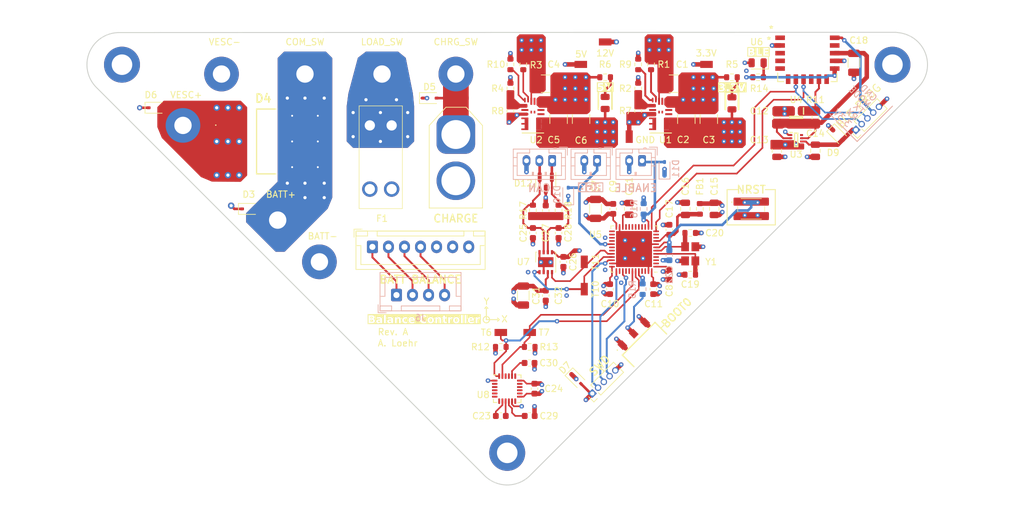
<source format=kicad_pcb>
(kicad_pcb (version 20221018) (generator pcbnew)
  (layers (0 "F.Cu" signal "F.Cu (SIG1)") (1 "In1.Cu" power "In1.Cu (GND)") (2 "In2.Cu" power "In2.Cu (PWR)") (31 "B.Cu" signal "B.Cu (SIG2)") (34 "B.Paste" user) (35 "F.Paste" user) (36 "B.SilkS" user "B.Silkscreen") (37 "F.SilkS" user "F.Silkscreen") (38 "B.Mask" user) (39 "F.Mask" user) (44 "Edge.Cuts" user))
  (net 0 "")
  (net 1 "+12V")
  (net 2 "GND")
  (net 3 "+3.3V")
  (net 4 "+5V")
  (net 5 "/VBLE")
  (net 6 "/VPROG")
  (net 7 "+3.3VA")
  (net 8 "/HSE_IN")
  (net 9 "/HSE_OUT")
  (net 10 "/VCAP")
  (net 11 "/NRST")
  (net 12 "/CAN+")
  (net 13 "Net-(C27-Pad2)")
  (net 14 "/CAN-")
  (net 15 "Net-(U8-REGOUT)")
  (net 16 "Net-(U8-CPOUT)")
  (net 17 "/3.3V_PWR_LED_K")
  (net 18 "/5V_PWR_LED_K")
  (net 19 "/VBAT")
  (net 20 "/VCHRG")
  (net 21 "Net-(D8-K)")
  (net 22 "/PWM")
  (net 23 "/ENABLE")
  (net 24 "Net-(J6-Pin_1)")
  (net 25 "Net-(J6-Pin_2)")
  (net 26 "Net-(J6-Pin_3)")
  (net 27 "Net-(J6-Pin_4)")
  (net 30 "/SW0")
  (net 31 "/SWIO")
  (net 32 "/SWCLK")
  (net 33 "/BLE_MODE")
  (net 34 "/UART_RX")
  (net 35 "/UART_TX")
  (net 36 "Net-(U1-EN)")
  (net 37 "/3.3V_FB")
  (net 38 "Net-(U2-EN)")
  (net 39 "/5V_FB")
  (net 40 "Net-(U1-AAM)")
  (net 41 "Net-(U2-AAM)")
  (net 42 "/BLE_NRST")
  (net 43 "/SDA")
  (net 44 "/SCL")
  (net 45 "/BLE_ON_LED_K")
  (net 46 "/BOOT0")
  (net 47 "Net-(SW2-B)")
  (net 48 "/CAN_TX")
  (net 49 "/CAN_RX")
  (net 111 "/12V_FUSE")
  (footprint "Resistor_SMD:R_0603_1608Metric" (layer "F.Cu") (at 100 30.25 -90)
    (fp_text reference "R4")
    (fp_text value "34k")
  )
  (footprint "LED_SMD:LED_0805_2012Metric" (layer "F.Cu") (at 138.5 26.25 180)
    (fp_text reference "D8" hide)
    (fp_text value "BLUE")
  )
  (footprint "Capacitor_SMD:C_0805_2012Metric" (layer "F.Cu") (at 127.25 49 90)
    (fp_text reference "C16")
    (fp_text value "1u")
  )
  (footprint "Capacitor_SMD:C_0603_1608Metric" (layer "F.Cu") (at 103 81.25)
    (fp_text reference "C29")
    (fp_text value "100n")
  )
  (footprint "Resistor_SMD:R_0805_2012Metric" (layer "F.Cu") (at 118.5 49 90)
    (fp_text reference "C21")
    (fp_text value "4.7u")
  )
  (footprint "Capacitor_SMD:C_1210_3225Metric" (layer "F.Cu") (at 111 35 90)
    (fp_text reference "C6")
    (fp_text value "22u")
  )
  (footprint "LED_SMD:LED_0805_2012Metric" (layer "F.Cu") (at 134.5 32.5625 -90)
    (fp_text reference "D1" hide)
    (fp_text value "RED")
  )
  (footprint "MPM3610GQV-P:QFN3p0x5p0x1p6_MPM3610_MNP" (layer "F.Cu") (at 103.5 34.5)
    (fp_text reference "U2")
    (fp_text value "MPM3610GQV-P")
  )
  (footprint "Resistor_SMD:R_0603_1608Metric" (layer "F.Cu") (at 147.5 34.75 -90)
    (fp_text reference "R11")
    (fp_text value "4.7k")
  )
  (footprint "MountingHole:MountingHole_2.7mm_Pad" (layer "F.Cu") (at 49 36)
    (fp_text reference "VESC+")
    (fp_text value "VESC+")
  )
  (footprint "MountingHole:MountingHole_2.7mm_Pad" (layer "F.Cu") (at 91.5 28)
    (fp_text reference "CHRG_SW")
    (fp_text value "CHRG_SW")
  )
  (footprint "RCU-0C:TP+195X110" (layer "F.Cu") (at 130.54 26.5)
    (fp_text reference "T2" hide)
    (fp_text value "TestPoint")
  )
  (footprint "AYZ0102AURLC:AYZ0102AURLC" (layer "F.Cu") (at 121 70.25 45)
    (fp_text reference "SW2" hide)
    (fp_text value "BOOT0")
  )
  (footprint "Capacitor_SMD:C_1210_3225Metric" (layer "F.Cu") (at 127.4 35 90)
    (fp_text reference "C2")
    (fp_text value "22u")
  )
  (footprint "MountingHole:MountingHole_3.2mm_M3_DIN965_Pad" (layer "F.Cu") (at 159.5 26.542136)
    (fp_text reference "H3" hide)
    (fp_text value "MountingHole_Pad")
  )
  (footprint "Package_DFN_QFN:DFN-8-1EP_3x3mm_P0.65mm_EP1.55x2.4mm" (layer "F.Cu") (at 105.5 57.3 90)
    (fp_text reference "U7")
    (fp_text value "TJA1051TK-3")
  )
  (footprint "Connector_PinHeader_1.27mm:PinHeader_1x05_P1.27mm_Vertical" (layer "F.Cu") (at 153.805923 36.694077 135)
    (fp_text reference "J12" hide)
    (fp_text value "BLE PROG")
  )
  (footprint "534-3568:3568" (layer "F.Cu") (at 81.5 45.92 90)
    (fp_text reference "F1")
    (fp_text value "20A" hide)
  )
  (footprint "Resistor_SMD:R_0603_1608Metric" (layer "F.Cu") (at 119.9 30.25 -90)
    (fp_text reference "R2")
    (fp_text value "40.2k")
  )
  (footprint "Resistor_SMD:R_0603_1608Metric" (layer "F.Cu") (at 138.575 28.5 180)
    (fp_text reference "R14")
    (fp_text value "300")
  )
  (footprint "Capacitor_SMD:C_0603_1608Metric" (layer "F.Cu") (at 105.5 49.25 -90)
    (fp_text reference "C27")
    (fp_text value "47n")
  )
  (footprint "Capacitor_SMD:C_0603_1608Metric" (layer "F.Cu") (at 107.5 52.75 -90)
    (fp_text reference "C28")
    (fp_text value "100p")
  )
  (footprint "Resistor_SMD:R_0603_1608Metric" (layer "F.Cu") (at 102 26.5 -90)
    (fp_text reference "R3")
    (fp_text value "100k")
  )
  (footprint "Capacitor_SMD:C_1210_3225Metric" (layer "F.Cu") (at 105.5 29.5)
    (fp_text reference "C4")
    (fp_text value "22u")
  )
  (footprint "Resistor_SMD:R_0603_1608Metric" (layer "F.Cu") (at 114.75 28.5 180)
    (fp_text reference "R6")
    (fp_text value "523")
  )
  (footprint "MountingHole:MountingHole_2.7mm_Pad" (layer "F.Cu") (at 70.25 57.25)
    (fp_text reference "BATT-")
    (fp_text value "BATT-")
  )
  (footprint "Resistor_SMD:R_0603_1608Metric" (layer "F.Cu") (at 134.5 28.5 180)
    (fp_text reference "R5")
    (fp_text value "220")
  )
  (footprint "Diode_SMD:D_SOD-323" (layer "F.Cu") (at 150.992462 37.492462 -45)
    (fp_text reference "D9")
    (fp_text value "SC1533-01FTG")
  )
  (footprint "Resistor_SMD:R_0603_1608Metric" (layer "F.Cu") (at 119.9 26.5 90)
    (fp_text reference "R9")
    (fp_text value "39k")
  )
  (footprint "Capacitor_SMD:C_0603_1608Metric" (layer "F.Cu") (at 98.5 81.25)
    (fp_text reference "C23")
    (fp_text value "10n")
  )
  (footprint "Capacitor_SMD:C_0603_1608Metric" (layer "F.Cu") (at 141.5 34.75 90)
    (fp_text reference "C12")
    (fp_text value "100n")
  )
  (footprint "RCU-0C:TP+195X110" (layer "F.Cu") (at 118.5 37.75 -90)
    (fp_text reference "T4" hide)
    (fp_text value "TestPoint")
  )
  (footprint "Resistor_SMD:R_0603_1608Metric" (layer "F.Cu") (at 103.5 49.25 -90)
    (fp_text reference "R17")
    (fp_text value "60")
  )
  (footprint "MCP111T-195I/LB:SOT65P210X110-3N" (layer "F.Cu") (at 144.5 34.75 -90)
    (fp_text reference "U4")
    (fp_text value "MCP111T-195I/LB" hide)
  )
  (footprint "Capacitor_SMD:C_0805_2012Metric" (layer "F.Cu") (at 131.75 49 -90)
    (fp_text reference "C15")
    (fp_text value "1u")
  )
  (footprint "MountingHole:MountingHole_3.2mm_M3_DIN965_Pad" (layer "F.Cu") (at 99.5 87)
    (fp_text reference "H1" hide)
    (fp_text value "MountingHole_Pad")
  )
  (footprint "MPM3610GQV-P:QFN3p0x5p0x1p6_MPM3610_MNP" (layer "F.Cu") (at 123.4 34.5)
    (fp_text reference "U1")
    (fp_text value "MPM3610GQV-P")
  )
  (footprint "RCU-0C:TP+195X110" (layer "F.Cu") (at 103 68.25)
    (fp_text reference "T7")
    (fp_text value "TestPoint")
  )
  (footprint "Diode_SMD:D_SOD-323" (layer "F.Cu") (at 87.45 31.75)
    (fp_text reference "D5")
    (fp_text value "D_TVS")
  )
  (footprint "Resistor_SMD:R_0603_1608Metric" (layer "F.Cu") (at 100 33.75 -90)
    (fp_text reference "R8")
    (fp_text value "6.49k")
  )
  (footprint "Sensor_Motion:InvenSense_QFN-24_4x4mm_P0.5mm" (layer "F.Cu") (at 99.5 77)
    (fp_text reference "U8")
    (fp_text value "MPU-6050")
  )
  (footprint "Capacitor_SMD:C_1206_3216Metric" (layer "F.Cu") (at 153.5 26.25 -90)
    (fp_text reference "C18")
    (fp_text value "10u")
  )
  (footprint "Capacitor_SMD:C_0603_1608Metric" (layer "F.Cu") (at 105.5 62.5 90)
    (fp_text reference "C32")
    (fp_text value "47n")
  )
  (footprint "SBM3060VDC-AU_R2_006A1:SBM3060VDCAU_R2_006A1" (layer "F.Cu") (at 64.86 38.5 -90)
    (fp_text reference "D4")
    (fp_text value "REGEN_BYPASS" hide)
  )
  (footprint "Resistor_SMD:R_0603_1608Metric" (layer "F.Cu") (at 100 26.5 90)
    (fp_text reference "R10")
    (fp_text value "53.6k")
  )
  (footprint "RCU-0C:TP+195X110" (layer "F.Cu") (at 111.5 61.5 90)
    (fp_text reference "T10")
    (fp_text value "TestPoint")
  )
  (footprint "RCU-0C:TP+195X110" (layer "F.Cu") (at 111.5 57.25 90)
    (fp_text reference "T11")
    (fp_text value "TestPoint")
  )
  (footprint "MountingHole:MountingHole_2.7mm_Pad" (layer "F.Cu") (at 68 28)
    (fp_text reference "COM_SW")
    (fp_text value "COM_SW")
  )
  (footprint "Connector_AMASS:AMASS_XT60-F_1x02_P7.20mm_Vertical" (layer "F.Cu") (at 91.5 37.42 -90)
    (fp_text reference "CHARGE")
    (fp_text value "CHARGE")
  )
  (footprint "Capacitor_SMD:C_0603_1608Metric" (layer "F.Cu") (at 108.25 57.25 90)
    (fp_text reference "C26")
    (fp_text value "100n")
  )
  (footprint "Capacitor_SMD:C_0603_1608Metric" (layer "F.Cu") (at 103.5 52.75 -90)
    (fp_text reference "C25")
    (fp_text value "100p")
  )
  (footprint "RN4871-I/RM140:RN4871_MCH" (layer "F.Cu") (at 146.25 23.3)
    (fp_text reference "U6")
    (fp_text value "RN4871-I/RM140")
  )
  (footprint "MountingHole:MountingHole_2.7mm_Pad" (layer "F.Cu") (at 63.75 50.75)
    (fp_text reference "BATT+")
    (fp_text value "BATT+")
  )
  (footprint "Diode_SMD:D_SOD-323" (layer "F.Cu") (at 110.25 75.5 -45)
    (fp_text reference "D7")
    (fp_text value "SC1533-01FTG")
  )
  (footprint "Capacitor_SMD:C_0603_1608Metric" (layer "F.Cu") (at 102.975 73)
    (fp_text reference "C30")
    (fp_text value "2.2n")
  )
  (footprint "NX3225SA-16.000M-STD-CRS-2:NX3225SA16000MSTDCRS2" (layer "F.Cu") (at 128 56 90)
    (fp_text reference "Y1")
    (fp_text value "NX3225SA-16.000" hide)
  )
  (footprint "Resistor_SMD:R_0603_1608Metric" (layer "F.Cu") (at 121.9 26.5 -90)
    (fp_text reference "R1")
    (fp_text value "100k")
  )
  (footprint "Resistor_SMD:R_0603_1608Metric" (layer "F.Cu") (at 128 59.25 180)
    (fp_text reference "C19")
    (fp_text value "6p")
  )
  (footprint "Connector_JST:JST_XH_B7B-XH-A_1x07_P2.50mm_Vertical" (layer "F.Cu") (at 78.5 54.92)
    (fp_text reference "BATT BALANCE")
    (fp_text value "BAL_CHRG")
  )
  (footprint "Connector_PinHeader_1.27mm:PinHeader_1x05_P1.27mm_Vertical" (layer "F.Cu") (at 112.75 77.75 135)
    (fp_text reference "J11" hide)
    (fp_text value "SWD")
  )
  (footprint "Capacitor_SMD:C_0603_1608Metric" (layer "F.Cu") (at 124.75 52.25 90)
    (fp_text reference "C17")
    (fp_text value "100n")
  )
  (footprint "Package_DFN_QFN:QFN-48-1EP_7x7mm_P0.5mm_EP5.6x5.6mm" (layer "F.Cu") (at 119.25 55.25 180)
    (fp_text reference "U5")
    (fp_text value "STM32F412CGU6")
  )
  (footprint "Resistor_SMD:R_0603_1608Metric" (layer "F.Cu") (at 98.5 70.5 180)
    (fp_text reference "R12")
    (fp_text value "4.7k")
  )
  (footprint "Resistor_SMD:R_0603_1608Metric" (layer "F.Cu") (at 129.5 49 90)
    (fp_text reference "FB1")
    (fp_text value "120R")
  )
  (footprint "LED_SMD:LED_0805_2012Metric" (layer "F.Cu") (at 114.75 32.5 -90)
    (fp_text reference "D2" hide)
    (fp_text value "RED")
  )
  (footprint "RCU-0C:TP+195X110" (layer "F.Cu") (at 98.5 68.25 180)
    (fp_text reference "T6")
    (fp_text value "TestPoint")
  )
  (footprint "Capacitor_SMD:C_1210_3225Metric" (layer "F.Cu") (at 107.5 35 90)
    (fp_text reference "C5")
    (fp_text value "22u")
  )
  (footprint "TPS2116DRLR:SOTFL50P160X60-8N" (layer "F.Cu") (at 144.5 38.25)
    (fp_text reference "U3")
    (fp_text value "TPS2116DRLR" hide)
  )
  (footprint "Capacitor_SMD:C_1210_3225Metric" (layer "F.Cu") (at 125.425 29.5)
    (fp_text reference "C1")
    (fp_text value "22u")
  )
  (footprint "Resistor_SMD:R_0603_1608Metric" (layer "F.Cu") (at 107.5 49.25 90)
    (fp_text reference "R18")
    (fp_text value "60")
  )
  (footprint "Resistor_SMD:R_0603_1608Metric" (layer "F.Cu") (at 128 52.75)
    (fp_text reference "C20")
    (fp_text value "6p")
  )
  (footprint "Capacitor_SMD:C_1206_3216Metric" (layer "F.Cu") (at 102 62.5 -90)
    (fp_text reference "C31")
    (fp_text value "10u")
  )
  (footprint "Resistor_SMD:R_0603_1608Metric" (layer "F.Cu") (at 103 70.5)
    (fp_text reference "R13")
    (fp_text value "4.7k")
  )
  (footprint "MountingHole:MountingHole_2.7mm_Pad" (layer "F.Cu") (at 55 28)
    (fp_text reference "VESC-")
    (fp_text value "VESC-")
  )
  (footprint "Capacitor_SMD:C_0603_1608Metric" (layer "F.Cu") (at 115.5 61.5 -90)
    (fp_text reference "C10")
    (fp_text value "100n")
  )
  (footprint "Capacitor_SMD:C_0603_1608Metric" (layer "F.Cu") (at 116 49 90)
    (fp_text reference "C9")
    (fp_text value "100n")
  )
  (footprint "Diode_SMD:D_SOD-323" (layer "F.Cu") (at 59.25 49)
    (fp_text reference "D3")
    (fp_text value "D_TVS")
  )
  (footprint "RCU-0C:TP+195X110" (layer "F.Cu") (at 114.75 23)
    (fp_text reference "T1" hide)
    (fp_text value "TestPoint")
  )
  (footprint "Diode_SMD:D_SOD-323" (layer "F.Cu") (at 44.7 33.25)
    (fp_text reference "D6")
    (fp_text value "D_TVS")
  )
  (footprint "Capacitor_SMD:C_0805_2012Metric" (layer "F.Cu") (at 141.5 39.95 -90)
    (fp_text reference "C13")
    (fp_text value "1u")
  )
  (footprint "Capacitor_SMD:C_1210_3225Metric" (layer "F.Cu") (at 130.9 35 90)
    (fp_text reference "C3")
    (fp_text value "22u")
  )
  (footprint "Capacitor_SMD:C_1206_3216Metric" (layer "F.Cu") (at 113.25 49 90)
    (fp_text reference "C7")
    (fp_text value "10u")
  )
  (footprint "Resistor_SMD:R_0603_1608Metric" (layer "F.Cu") (at 119.9 33.725 -90)
    (fp_text reference "R7")
    (fp_text value "12.7k")
  )
  (footprint "PTS815_SJG_250_SMTR_LFS:PTS815SJG250SMTRLFS" (layer "F.Cu") (at 137.5 49)
    (fp_text reference "SW1" hide)
    (fp_text value "NRST")
  )
  (footprint "RCU-0C:TP+195X110" (layer "F.Cu") (at 110.96 26.5)
    (fp_text reference "T3" hide)
    (fp_text value "TestPoint")
  )
  (footprint "Capacitor_SMD:C_0603_1608Metric" (layer "F.Cu") (at 103.75 77 90)
    (fp_text reference "C24")
    (fp_text value "100n")
  )
  (footprint "Capacitor_SMD:C_0603_1608Metric" (layer "F.Cu") (at 124.75 59.25 -90)
    (fp_text reference "C8")
    (fp_text value "100n")
  )
  (footprint "Package_TO_SOT_SMD:SOT-23" (layer "F.Cu") (at 105.5 45 -90)
    (fp_text reference "D12")
    (fp_text value "NUP2105L")
  )
  (footprint "MountingHole:MountingHole_3.2mm_M3_DIN965_Pad" (layer "F.Cu") (at 39.5 26.542136)
    (fp_text reference "H2" hide)
    (fp_text value "MountingHole_Pad")
  )
  (footprint "Capacitor_SMD:C_0805_2012Metric" (layer "F.Cu") (at 147.5 39.95 -90)
    (fp_text reference "C14")
    (fp_text value "1u")
  )
  (footprint "Capacitor_SMD:C_0603_1608Metric" (layer "F.Cu") (at 122.25 61.5 -90)
    (fp_text reference "C11")
    (fp_text value "100n")
  )
  (footprint "MountingHole:MountingHole_2.7mm_Pad" (layer "F.Cu") (at 80 28)
    (fp_text reference "LOAD_SW")
    (fp_text value "LOAD_SW")
  )
  (footprint "Connector_JST:JST_XH_B4B-XH-A_1x04_P2.50mm_Vertical" (layer "B.Cu") (at 82.25 62.42)
    (fp_text reference "J6")
    (fp_text value "BAL_BATT")
  )
  (footprint "Resistor_SMD:R_0603_1608Metric" (layer "B.Cu") (at 120.58737 61.5 -90)
    (fp_text reference "R15")
    (fp_text value "10k")
  )
  (footprint "Connector_JST:JST_PH_B2B-PH-K_1x02_P2.00mm_Vertical" (layer "B.Cu") (at 120.5 41.5 180)
    (fp_text reference "J14" hide)
    (fp_text value "ENABLE")
  )
  (footprint "Diode_SMD:D_SOD-323" (layer "B.Cu") (at 124 42.75 90)
    (fp_text reference "D11")
    (fp_text value "SC1533-01FTG")
  )
  (footprint "Diode_SMD:D_SOD-323" (layer "B.Cu") (at 109 46.75 90)
    (fp_text reference "D10")
    (fp_text value "SC1533-01FTG")
  )
  (footprint "Resistor_SMD:R_0603_1608Metric" (layer "B.Cu") (at 120.75 49 90)
    (fp_text reference "R16")
    (fp_text value "10k")
  )
  (footprint "Capacitor_SMD:C_0603_1608Metric" (layer "B.Cu") (at 124.75 56.225 -90)
    (fp_text reference "C22")
    (fp_text value "100n")
  )
  (footprint "Connector_JST:JST_PH_B2B-PH-K_1x02_P2.00mm_Vertical" (layer "B.Cu") (at 113.5 41.5 180)
    (fp_text reference "J13" hide)
    (fp_text value "RGB_LED" hide)
  )
  (footprint "Connector_JST:JST_PH_B3B-PH-K_1x03_P2.00mm_Vertical" (layer "B.Cu") (at 106.5 41.5 180)
    (fp_text reference "J15" hide)
    (fp_text value "CAN")
  )
  (gr_line (start 154 38.5) (end 149.75 34.25) (stroke (width 0.15)) (layer "B.SilkS"))
  (gr_line (start 159.5 33) (end 154 38.5) (stroke (width 0.15)) (layer "B.SilkS"))
  (gr_line (start 114.2 73.9) (end 114.6 74.3) (stroke (width 0.15)) (layer "F.SilkS"))
  (gr_line (start 96.25 64.25) (end 96.5 64.5) (stroke (width 0.15)) (layer "F.SilkS"))
  (gr_line (start 133.75 51.5) (end 141.25 51.5) (stroke (width 0.15)) (layer "F.SilkS"))
  (gr_rect (start 113.6 30.76) (end 113.79 33.54) (stroke (width 0.05)) (fill solid) (layer "F.SilkS"))
  (gr_line (start 141.25 46) (end 139.7 46) (stroke (width 0.15)) (layer "F.SilkS"))
  (gr_line (start 123.421841 67.580672) (end 123.9 67.1) (stroke (width 0.15)) (layer "F.SilkS"))
  (gr_line (start 96.25 66.25) (end 98.25 66.25) (stroke (width 0.15)) (layer "F.SilkS"))
  (gr_line (start 135.4 46) (end 133.75 46) (stroke (width 0.15)) (layer "F.SilkS"))
  (gr_line (start 96 64.5) (end 96.25 64.25) (stroke (width 0.15)) (layer "F.SilkS"))
  (gr_line (start 98.25 66.25) (end 98 66) (stroke (width 0.15)) (layer "F.SilkS"))
  (gr_line (start 96.25 66.25) (end 96.25 64.25) (stroke (width 0.15)) (layer "F.SilkS"))
  (gr_line (start 98.25 66.25) (end 98 66.5) (stroke (width 0.15)) (layer "F.SilkS"))
  (gr_line (start 133.75 46) (end 133.75 51.5) (stroke (width 0.15)) (layer "F.SilkS"))
  (gr_line (start 141.25 51.5) (end 141.25 46) (stroke (width 0.15)) (layer "F.SilkS"))
  (gr_rect (start 115.72 30.76) (end 115.91 33.54) (stroke (width 0.05)) (fill solid) (layer "F.SilkS"))
  (gr_circle (center 96.25 66.25) (end 96.25 66.75) (stroke (width 0.15)) (fill none) (layer "F.SilkS"))
  (gr_poly locked (pts (xy 152.75 21.5) (xy 144 21.5) (xy 39.042135 21.542136) (xy 38.815539 21.544679) (xy 38.364206 21.585695) (xy 37.918437 21.667388) (xy 37.48189 21.789087) (xy 37.058148 21.949794) (xy 36.650688 22.148188) (xy 36.262855 22.382644) (xy 35.897832 22.651235) (xy 35.558613 22.951759) (xy 35.247983 23.281748) (xy 34.968491 23.638494) (xy 34.72243 24.01907) (xy 34.511822 24.420353) (xy 34.338392 24.839048) (xy 34.203566 25.271721) (xy 34.108449 25.71482) (xy 34.053822 26.164708) (xy 34.040133 26.617694) (xy 34.067495 27.07006) (xy 34.135683 27.518094) (xy 34.244138 27.958118) (xy 34.391969 28.386522) (xy 34.577963 28.799789) (xy 34.800594 29.194529) (xy 35.058035 29.567501) (xy 35.348172 29.915644) (xy 35.506602 30.07767) (xy 53.750191 48.321259) (xy 69.872226 64.443294) (xy 95.964466 90.535534) (xy 96.12044 90.688143) (xy 96.454743 90.968656) (xy 96.812222 91.218966) (xy 97.190157 91.437167) (xy 97.585671 91.621598) (xy 97.995755 91.770856) (xy 98.417286 91.883805) (xy 98.847058 91.959585) (xy 99.281799 91.99762) (xy 99.718201 91.99762) (xy 100.152942 91.959585) (xy 100.582714 91.883805) (xy 101.004245 91.770856) (xy 101.414329 91.621598) (xy 101.809843 91.437167) (xy 102.187778 91.218966) (xy 102.545257 90.968656) (xy 102.87956 90.688143) (xy 103.035534 90.535534) (xy 125.804372 67.766696) (xy 156.987781 36.583286) (xy 163.493398 30.07767) (xy 163.651829 29.915645) (xy 163.941969 29.567502) (xy 164.199412 29.19453) (xy 164.422046 28.799791) (xy 164.608042 28.386524) (xy 164.755875 27.958119) (xy 164.864331 27.518094) (xy 164.93252 27.07006) (xy 164.959883 26.617693) (xy 164.946195 26.164706) (xy 164.891568 25.714816) (xy 164.796451 25.271716) (xy 164.661625 24.839043) (xy 164.488195 24.420346) (xy 164.277585 24.019063) (xy 164.031524 23.638486) (xy 163.752031 23.28174) (xy 163.441399 22.951751) (xy 163.102179 22.651227) (xy 162.737153 22.382636) (xy 162.349319 22.148182) (xy 161.941857 21.949788) (xy 161.518114 21.789083) (xy 161.081566 21.667386) (xy 160.735795 21.591014) (xy 160.4 21.55) (xy 160.05 21.5)) (stroke (width 0.15)) (fill none) (layer "Edge.Cuts"))
  (gr_text "RGB" (at 112.5 45.75) (layer "B.SilkS" knockout) (effects (font (size 1.2 1.2) (thickness 0.2) bold) (justify mirror)))
  (gr_text "MODE" (at 155.5 33.5 315) (layer "B.SilkS") (effects (font (size 1 1)) (justify left bottom mirror)))
  (gr_text "TX" (at 154.5 34.5 315) (layer "B.SilkS") (effects (font (size 1 1)) (justify left bottom mirror)))
  (gr_text "RX" (at 153.5 35.5 315) (layer "B.SilkS") (effects (font (size 1 1)) (justify left bottom mirror)))
  (gr_text "3.3V" (at 152.5 36.5 -45) (layer "B.SilkS") (effects (font (size 1 1)) (justify left bottom mirror)))
  (gr_text "GND" (at 156.5 32.5 315) (layer "B.SilkS") (effects (font (size 1 1)) (justify left bottom mirror)))
  (gr_text "\nA. Loehr" (at 79.25 70.5) (layer "F.SilkS") (effects (font (size 1 1)) (justify left bottom)))
  (gr_text "GND" (at 121 38.25) (layer "F.SilkS") (effects (font (size 1 1))))
  (gr_text "5V" (at 111 25.5) (layer "F.SilkS") (effects (font (size 1 1)) (justify bottom)))
  (gr_text "5V" (at 114.7 30.835) (layer "F.SilkS" knockout) (effects (font (size 1.2 1.2) (thickness 0.2) bold) (justify bottom)))
  (gr_text "X" (at 98.5 66.75) (layer "F.SilkS") (effects (font (size 1 1)) (justify left bottom)))
  (gr_text "Balance Controller" (at 86.5 67) (layer "F.SilkS" knockout) (effects (font (size 1.2 1.2) (thickness 0.2) bold) (justify bottom)))
  (gr_text "Y" (at 95.75 64) (layer "F.SilkS") (effects (font (size 1 1)) (justify left bottom)))
  (gr_text "3.3V" (at 134.5 30.8775) (layer "F.SilkS" knockout) (effects (font (size 1.2 1.2) (thickness 0.3) bold) (justify bottom)))
  (gr_text "Rev. A" (at 79.25 68.75) (layer "F.SilkS") (effects (font (size 1 1)) (justify left bottom)))
  (gr_text "3.3V" (at 130.5 24.75) (layer "F.SilkS") (effects (font (size 1 1))))
  (gr_text "12V" (at 114.75 24.75) (layer "F.SilkS") (effects (font (size 1 1))))
  (segment (start 103.25 30.275) (end 104.025 29.5) (width 0.25) (layer "F.Cu") (net 1))
  (segment (start 103.25 32.246) (end 103.25 30.275) (width 0.25) (layer "F.Cu") (net 1))
  (segment (start 123.15 30.3) (end 123.95 29.5) (width 0.25) (layer "F.Cu") (net 1))
  (segment (start 123.15 32.246) (end 123.15 30.3) (width 0.25) (layer "F.Cu") (net 1))
  (segment (start 116.5 23) (end 114.75 23) (width 0.7) (layer "F.Cu") (net 1))
  (via (at 57.75 38.5) (size 1) (drill 0.5) (layers "F.Cu" "B.Cu") (net 1))
  (via (at 56 38.5) (size 1) (drill 0.5) (layers "F.Cu" "B.Cu") (net 1))
  (via (at 121.65 24.25) (size 0.7) (drill 0.3) (layers "F.Cu" "B.Cu") (net 1))
  (via (at 56 43.75) (size 1) (drill 0.5) (layers "F.Cu" "B.Cu") (net 1))
  (via (at 103.25 22.75) (size 0.7) (drill 0.3) (layers "F.Cu" "B.Cu") (net 1))
  (via (at 54.25 38.5) (size 1) (drill 0.5) (layers "F.Cu" "B.Cu") (net 1))
  (via (at 103.25 24.25) (size 0.7) (drill 0.3) (layers "F.Cu" "B.Cu") (net 1))
  (via (at 121.65 22.75) (size 0.7) (drill 0.3) (layers "F.Cu" "B.Cu") (net 1))
  (via (at 104.75 22.75) (size 0.7) (drill 0.3) (layers "F.Cu" "B.Cu") (net 1))
  (via (at 124.65 22.75) (size 0.7) (drill 0.3) (layers "F.Cu" "B.Cu") (net 1))
  (via (at 56 33.25) (size 1) (drill 0.5) (layers "F.Cu" "B.Cu") (net 1))
  (via (at 54.25 33.25) (size 1) (drill 0.5) (layers "F.Cu" "B.Cu") (net 1))
  (via (at 101.75 22.75) (size 0.7) (drill 0.3) (layers "F.Cu" "B.Cu") (net 1))
  (via (at 116.5 23) (size 0.8) (drill 0.4) (layers "F.Cu" "B.Cu") (net 1))
  (via (at 57.75 33.25) (size 1) (drill 0.5) (layers "F.Cu" "B.Cu") (net 1))
  (via (at 104.75 24.25) (size 0.7) (drill 0.3) (layers "F.Cu" "B.Cu") (net 1))
  (via (at 54.25 43.75) (size 1) (drill 0.5) (layers "F.Cu" "B.Cu") (net 1))
  (via (at 124.65 24.25) (size 0.7) (drill 0.3) (layers "F.Cu" "B.Cu") (net 1))
  (via (at 123.15 22.75) (size 0.7) (drill 0.3) (layers "F.Cu" "B.Cu") (net 1))
  (via (at 57.75 43.75) (size 1) (drill 0.5) (layers "F.Cu" "B.Cu") (net 1))
  (via (at 123.15 24.25) (size 0.7) (drill 0.3) (layers "F.Cu" "B.Cu") (net 1))
  (via (at 101.75 24.25) (size 0.7) (drill 0.3) (layers "F.Cu" "B.Cu") (net 1))
  (segment (start 105.175 57.725) (end 104.75 57.3) (width 0.4) (layer "F.Cu") (net 2))
  (segment (start 110.25 75.5) (end 109.507538 74.757538) (width 0.7) (layer "F.Cu") (net 2))
  (segment (start 128.825 52.75) (end 129.75 52.75) (width 0.7) (layer "F.Cu") (net 2))
  (segment (start 130 54.9) (end 128.8 54.9) (width 0.7) (layer "F.Cu") (net 2))
  (segment (start 104.7 76.2) (end 103.775 76.2) (width 0.7) (layer "F.Cu") (net 2))
  (segment (start 105.5 47.25) (end 105.5 48.475) (width 0.7) (layer "F.Cu") (net 2))
  (segment (start 112.25 47.5) (end 113.225 47.5) (width 0.7) (layer "F.Cu") (net 2))
  (segment (start 56.5 48.5) (end 57 49) (width 0.4) (layer "F.Cu") (net 2))
  (segment (start 117.35 48.0875) (end 118.5 48.0875) (width 0.7) (layer "F.Cu") (net 2))
  (segment (start 100 25.675) (end 100 24.75) (width 0.7) (layer "F.Cu") (net 2))
  (segment (start 100.25 79.442764) (end 100.25 78.95) (width 0.25) (layer "F.Cu") (net 2))
  (segment (start 100.5 63.5) (end 101 64) (width 0.7) (layer "F.Cu") (net 2))
  (segment (start 153.5 28.75) (end 153.5 27.725) (width 0.7) (layer "F.Cu") (net 2))
  (segment (start 101.75 79.75) (end 100.557236 79.75) (width 0.25) (layer "F.Cu") (net 2))
  (segment (start 114.275 47.525) (end 114.975 48.225) (width 0.7) (layer "F.Cu") (net 2))
  (segment (start 101 64) (end 101.975 64) (width 0.7) (layer "F.Cu") (net 2))
  (segment (start 105.5 45.9375) (end 105.5 47.25) (width 0.4) (layer "F.Cu") (net 2))
  (segment (start 120 54.5) (end 119.25 55.25) (width 0.25) (layer "F.Cu") (net 2))
  (segment (start 143.3 37.5) (end 143.662 37.5) (width 0.3) (layer "F.Cu") (net 2))
  (segment (start 127.2 57.1) (end 126 57.1) (width 0.7) (layer "F.Cu") (net 2))
  (segment (start 103.75 73) (end 103.75 74) (width 0.7) (layer "F.Cu") (net 2))
  (segment (start 150.50069 25.946639) (end 152 25.946639) (width 0.7) (layer "F.Cu") (net 2))
  (segment (start 102.05 75.75) (end 101.45 75.75) (width 0.25) (layer "F.Cu") (net 2))
  (segment (start 146.2 40.9) (end 147.5 40.9) (width 0.7) (layer "F.Cu") (net 2))
  (segment (start 123.75 51.5) (end 124.725 51.5) (width 0.7) (layer "F.Cu") (net 2))
  (segment (start 133.675 28.5) (end 131.5 28.5) (width 0.4) (layer "F.Cu") (net 2))
  (segment (start 100.5 63) (end 100.5 63.5) (width 0.7) (layer "F.Cu") (net 2))
  (segment (start 126 48) (end 127.2 48) (width 0.7) (layer "F.Cu") (net 2))
  (segment (start 57 49) (end 58.2 49) (width 0.4) (layer "F.Cu") (net 2))
  (segment (start 124.725 60) (end 124.75 60.025) (width 0.7) (layer "F.Cu") (net 2))
  (segment (start 114.775 62.275) (end 114.5 62) (width 0.7) (layer "F.Cu") (net 2))
  (segment (start 117.25 73.25) (end 116.342102 74.157898) (width 0.7) (layer "F.Cu") (net 2))
  (segment (start 99.25 78.95) (end 99.25 81.225) (width 0.25) (layer "F.Cu") (net 2))
  (segment (start 115.5 62.25) (end 115.55 62.2) (width 0.7) (layer "F.Cu") (net 2))
  (segment (start 111.75 48) (end 112.25 47.5) (width 0.7) (layer "F.Cu") (net 2))
  (segment (start 122.6875 54.5) (end 120 54.5) (width 0.25) (layer "F.Cu") (net 2))
  (segment (start 127.175 59.25) (end 126.25 59.25) (width 0.7) (layer "F.Cu") (net 2))
  (segment (start 123.25 62) (end 122.975 62.275) (width 0.7) (layer "F.Cu") (net 2))
  (segment (start 121.5 57.5) (end 119.25 55.25) (width 0.25) (layer "F.Cu") (net 2))
  (segment (start 123.75 60) (end 124.725 60) (width 0.7) (layer "F.Cu") (net 2))
  (segment (start 100 25.65) (end 99.975 25.675) (width 0.7) (layer "F.Cu") (net 2))
  (segment (start 113.225 47.5) (end 113.25 47.525) (width 0.7) (layer "F.Cu") (net 2))
  (segment (start 102.525 76.225) (end 102.05 75.75) (width 0.25) (layer "F.Cu") (net 2))
  (segment (start 140.75 23.548879) (end 141.99931 23.548879) (width 0.7) (layer "F.Cu") (net 2))
  (segment (start 158.648025 31.851975) (end 157.398025 33.101975) (width 0.7) (layer "F.Cu") (net 2))
  (segment (start 113.25 47.525) (end 114.275 47.525) (width 0.7) (layer "F.Cu") (net 2))
  (segment (start 117.929111 70.714645) (end 117.929111 70.679111) (width 0.7) (layer "F.Cu") (net 2))
  (segment (start 117 51.8125) (end 117 53) (width 0.25) (layer "F.Cu") (net 2))
  (segment (start 122.975 62.275) (end 122.25 62.275) (width 0.7) (layer "F.Cu") (net 2))
  (segment (start 103.75 79.75) (end 103.75 81.225) (width 0.7) (layer "F.Cu") (net 2))
  (segment (start 103.5 53.525) (end 103.5 54.5) (width 0.7) (layer "F.Cu") (net 2))
  (segment (start 114.975 48.225) (end 116 48.225) (width 0.7) (layer "F.Cu") (net 2))
  (segment (start 115.8125 57.5) (end 117 57.5) (width 0.25) (layer "F.Cu") (net 2))
  (segment (start 118.5 35.5) (end 118.5 36.96) (width 0.7) (layer "F.Cu") (net 2))
  (segment (start 142.8 37) (end 143.3 37.5) (width 0.3) (layer "F.Cu") (net 2))
  (segment (start 99.25 81.175) (end 99.275 81.2) (width 0.25) (layer "F.Cu") (net 2))
  (segment (start 127.2 48) (end 127.25 48.05) (width 0.7) (layer "F.Cu") (net 2))
  (segment (start 121.5 58.6875) (end 121.5 57.5) (width 0.25) (layer "F.Cu") (net 2))
  (segment (start 99.25 81.225) (end 99.275 81.25) (width 0.25) (layer "F.Cu") (net 2))
  (segment (start 117 57.5) (end 119.25 55.25) (width 0.25) (layer "F.Cu") (net 2))
  (segment (start 117 53) (end 119.25 55.25) (width 0.25) (layer "F.Cu") (net 2))
  (segment (start 149.5 36) (end 150.25 36.75) (width 0.7) (layer "F.Cu") (net 2))
  (segment (start 132.55 49.95) (end 133 49.5) (width 0.7) (layer "F.Cu") (net 2))
  (segment (start 103.75 76.175) (end 103.7 76.225) (width 0.25) (layer "F.Cu") (net 2))
  (segment (start 103.775 76.2) (end 103.75 76.225) (width 0.7) (layer "F.Cu") (net 2))
  (segment (start 104.525 55.75) (end 104.525 57.075) (width 0.3) (layer "F.Cu") (net 2))
  (segment (start 131.75 49.95) (end 132.55 49.95) (width 0.7) (layer "F.Cu") (net 2))
  (segment (start 124.725 51.5) (end 124.75 51.475) (width 0.7) (layer "F.Cu") (net 2))
  (segment (start 86.2 31.75) (end 87 31.75) (width 0.4) (layer "F.Cu") (net 2))
  (segment (start 43.65 33.25) (end 42.25 33.25) (width 0.4) (layer "F.Cu") (net 2))
  (segment (start 142.8 40.9) (end 141.5 40.9) (width 0.7) (layer "F.Cu") (net 2))
  (segment (start 117.429111 70.179111) (end 116.5 69.25) (width 0.7) (layer "F.Cu") (net 2))
  (segment (start 153.45 27.775) (end 153.5 27.725) (width 0.7) (layer "F.Cu") (net 2))
  (segment (start 97.55 75.75) (end 96.5 75.75) (width 0.25) (layer "F.Cu") (net 2))
  (segment (start 115.5 62.275) (end 114.775 62.275) (width 0.7) (layer "F.Cu") (net 2))
  (segment (start 100.557236 79.75) (end 100.25 79.442764) (width 0.25) (layer "F.Cu") (net 2))
  (segment (start 102.525 76.225) (end 103.75 76.225) (width 0.25) (layer "F.Cu") (net 2))
  (segment (start 111.75 28.5) (end 113.925 28.5) (width 0.4) (layer "F.Cu") (net 2))
  (segment (start 105.5 64.25) (end 105.5 63.275) (width 0.7) (layer "F.Cu") (net 2))
  (segment (start 105.175 58.85) (end 105.175 57.725) (width 0.3) (layer "F.Cu") (net 2))
  (segment (start 104.525 57.075) (end 104.75 57.3) (width 0.4) (layer "F.Cu") (net 2))
  (segment (start 107.5 53.525) (end 107.5 54.5) (width 0.7) (layer "F.Cu") (net 2))
  (segment (start 103.75 81.225) (end 103.775 81.25) (width 0.7) (layer "F.Cu") (net 2))
  (segment (start 119.9 25.675) (end 119.9 24.7) (width 0.7) (layer "F.Cu") (net 2))
  (segment (start 101.975 64) (end 102 63.975) (width 0.7) (layer "F.Cu") (net 2))
  (segment (start 104.9 76.4) (end 104.7 76.2) (width 0.7) (layer "F.Cu") (net 2))
  (via (at 103.5 54.5) (size 0.7) (drill 0.3) (layers "F.Cu" "B.Cu") (net 2))
  (via (at 120.9 34.4) (size 0.7) (drill 0.3) (layers "F.Cu" "B.Cu") (net 2))
  (via (at 119.9 35.5) (size 0.7) (drill 0.3) (layers "F.Cu" "B.Cu") (net 2))
  (via (at 111.5 43.25) (size 0.7) (drill 0.3) (layers "F.Cu" "B.Cu") (net 2))
  (via (at 131.65 30.25) (size 0.7) (drill 0.3) (layers "F.Cu" "B.Cu") (net 2))
  (via (at 123.75 51.5) (size 0.7) (drill 0.3) (layers "F.Cu" "B.Cu") (net 2))
  (via (at 42.25 33.25) (size 0.8) (drill 0.4) (layers "F.Cu" "B.Cu") (net 2))
  (via (at 117.85 53.9) (size 0.7) (drill 0.3) (layers "F.Cu" "B.Cu") (net 2))
  (via (at 136.75 27.5) (size 0.7) (drill 0.3) (layers "F.Cu" "B.Cu") (net 2))
  (via (at 117.25 60.5) (size 0.7) (drill 0.3) (layers "F.Cu" "B.Cu") (net 2))
  (via (at 153.5 28.75) (size 0.7) (drill 0.3) (layers "F.Cu" "B.Cu") (net 2))
  (via (at 102.5 43.25) (size 0.7) (drill 0.3) (layers "F.Cu" "B.Cu") (net 2))
  (via (at 129.75 52.75) (size 0.7) (drill 0.3) (layers "F.Cu" "B.Cu") (net 2))
  (via (at 142.8 40.9) (size 0.7) (drill 0.3) (layers "F.Cu" "B.Cu") (net 2))
  (via (at 111.75 48) (size 0.7) (drill 0.3) (layers "F.Cu" "B.Cu") (net 2))
  (via (at 101 34.4) (size 0.7) (drill 0.3) (layers "F.Cu" "B.Cu") (net 2))
  (via (at 126 57.1) (size 0.7) (drill 0.3) (layers "F.Cu" "B.Cu") (net 2))
  (via (at 106.25 57.3) (size 0.7) (drill 0.3) (layers "F.Cu" "B.Cu") (net 2))
  (via (at 138.5 50) (size 0.7) (drill 0.3) (layers "F.Cu" "B.Cu") (net 2))
  (via (at 107.5 54.5) (size 0.7) (drill 0.3) (layers "F.Cu" "B.Cu") (net 2))
  (via (at 110.1 32) (size 0.7) (drill 0.3) (layers "F.Cu" "B.Cu") (net 2))
  (via (at 114.75 58.5) (size 0.7) (drill 0.3) (layers "F.Cu" "B.Cu") (net 2))
  (via (at 136.5 50) (size 0.7) (drill 0.3) (layers "F.Cu" "B.Cu") (net 2))
  (via (at 128.5 32) (size 0.7) (drill 0.3) (layers "F.Cu" "B.Cu") (net 2))
  (via (at 120.65 53.9) (size 0.7) (drill 0.3) (layers "F.Cu" "B.Cu") (net 2))
  (via (at 128.5 30.25) (size 0.7) (drill 0.3) (layers "F.Cu" "B.Cu") (net 2))
  (via (at 111.75 30.25) (size 0.7) (drill 0.3) (layers "F.Cu" "B.Cu") (net 2))
  (via (at 107 32) (size 0.7) (drill 0.3) (layers "F.Cu" "B.Cu") (net 2))
  (via (at 149.5 36) (size 0.7) (drill 0.3) (layers "F.Cu" "B.Cu") (net 2))
  (via (at 103.75 79.75) (size 0.7) (drill 0.3) (layers "F.Cu" "B.Cu") (net 2))
  (via (at 146.2 40.9) (size 0.7) (drill 0.3) (layers "F.Cu" "B.Cu") (net 2))
  (via (at 111.75 28.5) (size 0.7) (drill 0.3) (layers "F.Cu" "B.Cu") (net 2))
  (via (at 101.75 79.75) (size 0.7) (drill 0.3) (layers "F.Cu" "B.Cu") (net 2))
  (via (at 111.75 32) (size 0.7) (drill 0.3) (layers "F.Cu" "B.Cu") (net 2))
  (via (at 126.25 59.25) (size 0.7) (drill 0.3) (layers "F.Cu" "B.Cu") (net 2))
  (via (at 100 24.75) (size 0.7) (drill 0.3) (layers "F.Cu" "B.Cu") (net 2))
  (via (at 110.1 28.5) (size 0.7) (drill 0.3) (layers "F.Cu" "B.Cu") (net 2))
  (via (at 99.8 35.5) (size 0.7) (drill 0.3) (layers "F.Cu" "B.Cu") (net 2))
  (via (at 110.25 75.5) (size 0.7) (drill 0.3) (layers "F.Cu" "B.Cu") (net 2))
  (via (at 130 30.25) (size 0.7) (drill 0.3) (layers "F.Cu" "B.Cu") (net 2))
  (via (at 158.648025 31.851975) (size 0.7) (drill 0.3) (layers "F.Cu" "B.Cu") (net 2))
  (via (at 96.5 75.75) (size 0.7) (drill 0.3) (layers "F.Cu" "B.Cu") (net 2))
  (via (at 119.9 24.7) (size 0.7) (drill 0.3) (layers "F.Cu" "B.Cu") (net 2))
  (via (at 105.5 47.25) (size 0.7) (drill 0.3) (layers "F.Cu" "B.Cu") (net 2))
  (via (at 87 31.75) (size 0.7) (drill 0.3) (layers "F.Cu" "B.Cu") (net 2))
  (via (at 120.65 56.7) (size 0.7) (drill 0.3) (layers "F.Cu" "B.Cu") (net 2))
  (via (at 128.5 28.5) (size 0.7) (drill 0.3) (layers "F.Cu" "B.Cu") (net 2))
  (via (at 103.75 74) (size 0.7) (drill 0.3) (layers "F.Cu" "B.Cu") (net 2))
  (via (at 117.85 56.7) (size 0.7) (drill 0.3) (layers "F.Cu" "B.Cu") (net 2))
  (via (at 109 47) (size 0.7) (drill 0.3) (layers "F.Cu" "B.Cu") (net 2))
  (via (at 123.75 57) (size 0.7) (drill 0.3) (layers "F.Cu" "B.Cu") (net 2))
  (via (at 124 42.8) (size 0.7) (drill 0.3) (layers "F.Cu" "B.Cu") (net 2))
  (via (at 130 32) (size 0.7) (drill 0.3) (layers "F.Cu" "B.Cu") (net 2))
  (via (at 56.5 48.5) (size 1) (drill 0.5) (layers "F.Cu" "B.Cu") (net 2))
  (via (at 142.8 37) (size 0.7) (drill 0.3) (layers "F.Cu" "B.Cu") (net 2))
  (via (at 114.75 53.5) (size 0.7) (drill 0.3) (layers "F.Cu" "B.Cu") (net 2))
  (via (at 104.9 76.4) (size 0.7) (drill 0.3) (layers "F.Cu" "B.Cu") (net 2))
  (via (at 117.35 48.0875) (size 0.7) (drill 0.3) (layers "F.Cu" "B.Cu") (net 2))
  (via (at 152 25.946639) (size 0.7) (drill 0.3) (layers "F.Cu" "B.Cu") (net 2))
  (via (at 119.25 55.3) (size 0.7) (drill 0.3) (layers "F.Cu" "B.Cu") (net 2))
  (via (at 108.5 28.5) (size 0.7) (drill 0.3) (layers "F.Cu" "B.Cu") (net 2))
  (via (at 131.65 32) (size 0.7) (drill 0.3) (layers "F.Cu" "B.Cu") (net 2))
  (via (at 108.75 62.5) (size 0.7) (drill 0.3) (layers "F.Cu" "B.Cu") (net 2))
  (via (at 140.75 23.548879) (size 0.7) (drill 0.3) (layers "F.Cu" "B.Cu") (net 2))
  (via (at 102.75 58.85) (size 0.7) (drill 0.3) (layers "F.Cu" "B.Cu") (net 2))
  (via (at 108.5 32) (size 0.7) (drill 0.3) (layers "F.Cu" "B.Cu") (net 2))
  (via (at 104.75 57.3) (size 0.7) (drill 0.3) (layers "F.Cu" "B.Cu") (net 2))
  (via (at 118.5 35.5) (size 0.7) (drill 0.3) (layers "F.Cu" "B.Cu") (net 2))
  (via (at 130 28.5) (size 0.7) (drill 0.3) (layers "F.Cu" "B.Cu") (net 2))
  (via (at 123.25 62) (size 0.7) (drill 0.3) (layers "F.Cu" "B.Cu") (net 2))
  (via (at 142.7 34.2) (size 0.7) (drill 0.3) (layers "F.Cu" "B.Cu") (net 2))
  (via (at 133 49.5) (size 0.7) (drill 0.3) (layers "F.Cu" "B.Cu") (net 2))
  (via (at 110.1 30.25) (size 0.7) (drill 0.3) (layers "F.Cu" "B.Cu") (net 2))
  (via (at 105.5 64.25) (size 0.7) (drill 0.3) (layers "F.Cu" "B.Cu") (net 2))
  (via (at 126 48) (size 0.7) (drill 0.3) (layers "F.Cu" "B.Cu") (net 2))
  (via (at 130 54.9) (size 0.7) (drill 0.3) (layers "F.Cu" "B.Cu") (net 2))
  (via (at 126.9 32) (size 0.7) (drill 0.3) (layers "F.Cu" "B.Cu") (net 2))
  (via (at 108.5 30.25) (size 0.7) (drill 0.3) (layers "F.Cu" "B.Cu") (net 2))
  (via (at 100.5 63) (size 0.7) (drill 0.3) (layers "F.Cu" "B.Cu") (net 2))
  (via (at 116.5 69.25) (size 0.7) (drill 0.3) (layers "F.Cu" "B.Cu") (net 2))
  (via (at 117.25 73.25) (size 0.7) (drill 0.3) (layers "F.Cu" "B.Cu") (net 2))
  (via (at 142.7 33.4) (size 0.7) (drill 0.3) (layers "F.Cu" "B.Cu") (net 2))
  (via (at 118.5 43.25) (size 0.7) (drill 0.3) (layers "F.Cu" "B.Cu") (net 2))
  (via (at 114.5 62) (size 0.7) (drill 0.3) (layers "F.Cu" "B.Cu") (net 2))
  (via (at 123.75 60) (size 0.7) (drill 0.3) (layers "F.Cu" "B.Cu") (net 2))
  (via (at 131.5 28.5) (size 0.7) (drill 0.3) (layers "F.Cu" "B.Cu") (net 2))
  (segment (start 109 47.8) (end 109 47) (width 0.3) (layer "B.Cu") (net 2))
  (segment (start 118.5 43.25) (end 118.5 41.5) (width 0.7) (layer "B.Cu") (net 2))
  (segment (start 102.5 43.25) (end 102.5 41.5) (width 0.7) (layer "B.Cu") (net 2))
  (segment (start 111.5 43.25) (end 111.5 41.5) (width 0.7) (layer "B.Cu") (net 2))
  (segment (start 123.75 57) (end 124.75 57) (width 0.7) (layer "B.Cu") (net 2))
  (segment (start 124 42.8) (end 124 43.8) (width 0.7) (layer "B.Cu") (net 2))
  (segment (start 109.025 56.475) (end 108.25 56.475) (width 0.7) (layer "F.Cu") (net 3))
  (segment (start 134.5 35.5) (end 134.5 33.5) (width 0.4) (layer "F.Cu") (net 3))
  (segment (start 110 55.5) (end 109.025 56.475) (width 0.7) (layer "F.Cu") (net 3))
  (segment (start 115.5 60.725) (end 115.5 59.75) (width 0.25) (layer "F.Cu") (net 3))
  (segment (start 132.55 48.05) (end 133 48.5) (width 0.7) (layer "F.Cu") (net 3))
  (segment (start 110.75 55.5) (end 110 55.5) (width 0.7) (layer "F.Cu") (net 3))
  (segment (start 104.5 77.8) (end 103.775 77.8) (width 0.7) (layer "F.Cu") (net 3))
  (segment (start 124.275 58) (end 122.6875 58) (width 0.25) (layer "F.Cu") (net 3))
  (segment (start 122.975 60.725) (end 122.25 60.725) (width 0.7) (layer "F.Cu") (net 3))
  (segment (start 115.5 60.725) (end 114.775 60.725) (width 0.7) (layer "F.Cu") (net 3))
  (segment (start 103.775 77.8) (end 103.75 77.775) (width 0.7) (layer "F.Cu") (net 3))
  (segment (start 113.25 50.475) (end 114.525 50.475) (width 0.7) (layer "F.Cu") (net 3))
  (segment (start 111.75 50) (end 112.225 50.475) (width 0.7) (layer "F.Cu") (net 3))
  (segment (start 98.75 78.95) (end 98.75 79.55) (width 0.25) (layer "F.Cu") (net 3))
  (segment (start 116.5 51.8125) (end 116.5 51.25) (width 0.25) (layer "F.Cu") (net 3))
  (segment (start 101.45 78.25) (end 102.05 78.25) (width 0.25) (layer "F.Cu") (net 3))
  (segment (start 97.725 80.575) (end 97.725 81.25) (width 0.25) (layer "F.Cu") (net 3))
  (segment (start 119.9 29.425) (end 119.9 28.5) (width 0.7) (layer "F.Cu") (net 3))
  (segment (start 116.25 51) (end 116 50.75) (width 0.25) (layer "F.Cu") (net 3))
  (segment (start 111.75 78.75) (end 112.75 77.75) (width 0.7) (layer "F.Cu") (net 3))
  (segment (start 129.5 48.175) (end 131.625 48.175) (width 0.7) (layer "F.Cu") (net 3))
  (segment (start 106.75 55.75) (end 107.475 56.475) (width 0.3) (layer "F.Cu") (net 3))
  (segment (start 122 58.6875) (end 122 59.5) (width 0.25) (layer "F.Cu") (net 3))
  (segment (start 124.475 58.75) (end 124.75 58.475) (width 0.7) (layer "F.Cu") (net 3))
  (segment (start 102.05 78.25) (end 102.525 77.775) (width 0.25) (layer "F.Cu") (net 3))
  (segment (start 112.225 50.475) (end 113.25 50.475) (width 0.7) (layer "F.Cu") (net 3))
  (segment (start 123.25 61) (end 122.975 60.725) (width 0.7) (layer "F.Cu") (net 3))
  (segment (start 115.5 60.725) (end 115.5625 60.6625) (width 0.25) (layer "F.Cu") (net 3))
  (segment (start 128.5 26.5) (end 130 26.5) (width 0.7) (layer "F.Cu") (net 3))
  (segment (start 98.75 79.55) (end 97.725 80.575) (width 0.25) (layer "F.Cu") (net 3))
  (segment (start 110.992462 76.242462) (end 112.5 77.75) (width 0.4) (layer "F.Cu") (net 3))
  (segment (start 97.7 81.175) (end 97.725 81.2) (width 0.25) (layer "F.Cu") (net 3))
  (segment (start 114.525 50.475) (end 115.225 49.775) (width 0.7) (layer "F.Cu") (net 3))
  (segment (start 97.675 71.5) (end 97.675 70.5) (width 0.7) (layer "F.Cu") (net 3))
  (segment (start 122.25 59.75) (end 122.25 60.725) (width 0.25) (layer "F.Cu") (net 3))
  (segment (start 114.775 60.725) (end 114.5 61) (width 0.7) (layer "F.Cu") (net 3))
  (segment (start 115.8125 59.4375) (end 115.8125 58) (width 0.25) (layer "F.Cu") (net 3))
  (segment (start 115.5 59.75) (end 115.8125 59.4375) (width 0.25) (layer "F.Cu") (net 3))
  (segment (start 115.225 49.775) (end 116 49.775) (width 0.7) (layer "F.Cu") (net 3))
  (segment (start 124.75 58.475) (end 124.275 58) (width 0.25) (layer "F.Cu") (net 3))
  (segment (start 121.464645 67.179111) (end 121.429111 67.179111) (width 0.7) (layer "F.Cu") (net 3))
  (segment (start 116 50.75) (end 116 49.775) (width 0.25) (layer "F.Cu") (net 3))
  (segment (start 103.825 71.5) (end 103.825 70.5) (width 0.7) (layer "F.Cu") (net 3))
  (segment (start 122 59.5) (end 122.25 59.75) (width 0.25) (layer "F.Cu") (net 3))
  (segment (start 123.75 58.75) (end 124.475 58.75) (width 0.7) (layer "F.Cu") (net 3))
  (segment (start 107.475 56.475) (end 108.25 56.475) (width 0.3) (layer "F.Cu") (net 3))
  (segment (start 120.929111 66.679111) (end 120 65.75) (width 0.7) (layer "F.Cu") (net 3))
  (segment (start 131.625 48.175) (end 131.75 48.05) (width 0.7) (layer "F.Cu") (net 3))
  (segment (start 106.475 55.75) (end 106.75 55.75) (width 0.3) (layer "F.Cu") (net 3))
  (segment (start 102.525 77.775) (end 103.75 77.775) (width 0.25) (layer "F.Cu") (net 3))
  (segment (start 116.5 51.25) (end 116.25 51) (width 0.25) (layer "F.Cu") (net 3))
  (segment (start 104.9 77.4) (end 104.5 77.8) (width 0.7) (layer "F.Cu") (net 3))
  (segment (start 112.5 77.75) (end 112.75 77.75) (width 0.4) (layer "F.Cu") (net 3))
  (segment (start 131.75 48.05) (end 132.55 48.05) (width 0.7) (layer "F.Cu") (net 3))
  (via (at 123.25 61) (size 0.7) (drill 0.3) (layers "F.Cu" "B.Cu") (net 3))
  (via (at 110.75 55.5) (size 0.7) (drill 0.3) (layers "F.Cu" "B.Cu") (net 3))
  (via (at 111.75 78.75) (size 0.7) (drill 0.3) (layers "F.Cu" "B.Cu") (net 3))
  (via (at 123.75 58.75) (size 0.7) (drill 0.3) (layers "F.Cu" "B.Cu") (net 3))
  (via (at 133.25 35.5) (size 0.7) (drill 0.3) (layers "F.Cu" "B.Cu") (net 3))
  (via (at 134.5 38.5) (size 0.7) (drill 0.3) (layers "F.Cu" "B.Cu") (net 3))
  (via (at 120.75 47.25) (size 0.7) (drill 0.3) (layers "F.Cu" "B.Cu") (net 3))
  (via (at 133.25 38.5) (size 0.7) (drill 0.3) (layers "F.Cu" "B.Cu") (net 3))
  (via (at 97.675 71.5) (size 0.7) (drill 0.3) (layers "F.Cu" "B.Cu") (net 3))
  (via (at 135.75 37) (size 0.7) (drill 0.3) (layers "F.Cu" "B.Cu") (net 3))
  (via (at 128.5 26.5) (size 0.7) (drill 0.3) (layers "F.Cu" "B.Cu") (net 3))
  (via (at 111.75 50) (size 0.7) (drill 0.3) (layers "F.Cu" "B.Cu") (net 3))
  (via (at 133 48.5) (size 0.7) (drill 0.3) (layers "F.Cu" "B.Cu") (net 3))
  (via (at 142.8 39) (size 0.7) (drill 0.3) (layers "F.Cu" "B.Cu") (net 3))
  (via (at 134.5 35.5) (size 0.7) (drill 0.3) (layers "F.Cu" "B.Cu") (net 3))
  (via (at 114.5 61) (size 0.7) (drill 0.3) (layers "F.Cu" "B.Cu") (net 3))
  (via (at 144.5 39) (size 0.7) (drill 0.3) (layers "F.Cu" "B.Cu") (net 3))
  (via (at 119.9 28.5) (size 0.7) (drill 0.3) (layers "F.Cu" "B.Cu") (net 3))
  (via (at 103.825 71.5) (size 0.7) (drill 0.3) (layers "F.Cu" "B.Cu") (net 3))
  (via (at 104.9 77.4) (size 0.7) (drill 0.3) (layers "F.Cu" "B.Cu") (net 3))
  (via (at 120 65.75) (size 0.7) (drill 0.3) (layers "F.Cu" "B.Cu") (net 3))
  (via (at 135.75 38.5) (size 0.7) (drill 0.3) (layers "F.Cu" "B.Cu") (net 3))
  (via (at 134.5 37) (size 0.7) (drill 0.3) (layers "F.Cu" "B.Cu") (net 3))
  (via (at 133.25 37) (size 0.7) (drill 0.3) (layers "F.Cu" "B.Cu") (net 3))
  (via (at 135.75 35.5) (size 0.7) (drill 0.3) (layers "F.Cu" "B.Cu") (net 3))
  (segment (start 120.75 48.175) (end 120.75 47.25) (width 0.7) (layer "B.Cu") (net 3))
  (segment (start 100 28.5) (end 100 29.425) (width 0.7) (layer "F.Cu") (net 4))
  (segment (start 105.5 60) (end 105.5 61.725) (width 0.3) (layer "F.Cu") (net 4))
  (segment (start 114.75 35.5) (end 114.75 33.4375) (width 0.4) (layer "F.Cu") (net 4))
  (segment (start 108.5 26.5) (end 110.17 26.5) (width 0.7) (layer "F.Cu") (net 4))
  (segment (start 102 61.025) (end 103.525 61.025) (width 0.7) (layer "F.Cu") (net 4))
  (segment (start 105.825 58.85) (end 105.825 59.675) (width 0.3) (layer "F.Cu") (net 4))
  (segment (start 103.525 61.025) (end 104.225 61.725) (width 0.7) (layer "F.Cu") (net 4))
  (segment (start 136.5 26.25) (end 137.5625 26.25) (width 0.4) (layer "F.Cu") (net 4))
  (segment (start 101.087499 61.025) (end 102 61.025) (width 0.7) (layer "F.Cu") (net 4))
  (segment (start 100.5 61.949997) (end 100.5 61.612499) (width 0.7) (layer "F.Cu") (net 4))
  (segment (start 104.225 61.725) (end 105.5 61.725) (width 0.7) (layer "F.Cu") (net 4))
  (segment (start 108.25 58.025) (end 108.25 59) (width 0.7) (layer "F.Cu") (net 4))
  (segment (start 137.5 26.3125) (end 137.5625 26.25) (width 0.4) (layer "F.Cu") (net 4))
  (segment (start 100.5 61.612499) (end 101.087499 61.025) (width 0.7) (layer "F.Cu") (net 4))
  (segment (start 105.825 59.675) (end 105.5 60) (width 0.3) (layer "F.Cu") (net 4))
  (via (at 114.75 37) (size 0.7) (drill 0.3) (layers "F.Cu" "B.Cu") (net 4))
  (via (at 100 28.5) (size 0.7) (drill 0.3) (layers "F.Cu" "B.Cu") (net 4))
  (via (at 100.5 61.949997) (size 0.7) (drill 0.3) (layers "F.Cu" "B.Cu") (net 4))
  (via (at 113.5 38.5) (size 0.7) (drill 0.3) (layers "F.Cu" "B.Cu") (net 4))
  (via (at 113.5 37) (size 0.7) (drill 0.3) (layers "F.Cu" "B.Cu") (net 4))
  (via (at 114.75 35.5) (size 0.7) (drill 0.3) (layers "F.Cu" "B.Cu") (net 4))
  (via (at 116 38.5) (size 0.7) (drill 0.3) (layers "F.Cu" "B.Cu") (net 4))
  (via (at 116 37) (size 0.7) (drill 0.3) (layers "F.Cu" "B.Cu") (net 4))
  (via (at 108.25 59) (size 0.7) (drill 0.3) (layers "F.Cu" "B.Cu") (net 4))
  (via (at 136.5 26.25) (size 0.7) (drill 0.3) (layers "F.Cu" "B.Cu") (net 4))
  (via (at 108.5 26.5) (size 0.7) (drill 0.3) (layers "F.Cu" "B.Cu") (net 4))
  (via (at 116 35.5) (size 0.7) (drill 0.3) (layers "F.Cu" "B.Cu") (net 4))
  (via (at 113.5 35.5) (size 0.7) (drill 0.3) (layers "F.Cu" "B.Cu") (net 4))
  (via (at 114.75 38.5) (size 0.7) (drill 0.3) (layers "F.Cu" "B.Cu") (net 4))
  (segment (start 150.50069 24.747759) (end 153.472759 24.747759) (width 0.7) (layer "F.Cu") (net 5))
  (segment (start 153.447759 24.722759) (end 153.5 24.775) (width 0.4) (layer "F.Cu") (net 5))
  (segment (start 153.472759 24.747759) (end 155.047759 24.747759) (width 0.7) (layer "F.Cu") (net 5))
  (segment (start 155.5 28.5) (end 148.425 35.575) (width 0.7) (layer "F.Cu") (net 5))
  (segment (start 155.047759 24.747759) (end 155.5 25.2) (width 0.7) (layer "F.Cu") (net 5))
  (segment (start 143.662 38) (end 142.5 38) (width 0.3) (layer "F.Cu") (net 5))
  (segment (start 155.5 25.2) (end 155.5 28.5) (width 0.7) (layer "F.Cu") (net 5))
  (segment (start 142.5 38) (end 141.5 37) (width 0.3) (layer "F.Cu") (net 5))
  (segment (start 145.338 38) (end 146.3625 38) (width 0.3) (layer "F.Cu") (net 5))
  (segment (start 141.5 37) (end 141.5 35.525) (width 0.3) (layer "F.Cu") (net 5))
  (segment (start 147.5 36.8625) (end 147.5 35.575) (width 0.3) (layer "F.Cu") (net 5))
  (segment (start 148.425 35.575) (end 147.5 35.575) (width 0.7) (layer "F.Cu") (net 5))
  (segment (start 153.472759 24.747759) (end 153.5 24.775) (width 0.4) (layer "F.Cu") (net 5))
  (segment (start 146.3625 38) (end 147.5 36.8625) (width 0.3) (layer "F.Cu") (net 5))
  (segment (start 153.805923 36.694077) (end 153.775771 36.694077) (width 0.4) (layer "F.Cu") (net 6))
  (segment (start 146 38.5) (end 146.5 39) (width 0.3) (layer "F.Cu") (net 6))
  (segment (start 146.5 39) (end 147.5 39) (width 0.3) (layer "F.Cu") (net 6))
  (segment (start 153.775771 36.694077) (end 153.290847 36.694077) (width 0.7) (layer "F.Cu") (net 6))
  (segment (start 153.290847 36.694077) (end 151.75 38.234924) (width 0.7) (layer "F.Cu") (net 6))
  (segment (start 151.75 38.234924) (end 151.734924 38.234924) (width 0.7) (layer "F.Cu") (net 6))
  (segment (start 145.338 38.5) (end 146 38.5) (width 0.3) (layer "F.Cu") (net 6))
  (segment (start 151.734924 38.234924) (end 150.969848 39) (width 0.7) (layer "F.Cu") (net 6))
  (segment (start 150.969848 39) (end 147.5 39) (width 0.7) (layer "F.Cu") (net 6))
  (segment (start 127.375 49.825) (end 127.25 49.95) (width 0.7) (layer "F.Cu") (net 7))
  (segment (start 129.5 49.825) (end 127.375 49.825) (width 0.7) (layer "F.Cu") (net 7))
  (segment (start 123.25 54) (end 124.225 53.025) (width 0.25) (layer "F.Cu") (net 7))
  (segment (start 124.75 53.025) (end 125.475 53.025) (width 0.4) (layer "F.Cu") (net 7))
  (segment (start 126 50.25) (end 126.3 49.95) (width 0.4) (layer "F.Cu") (net 7))
  (segment (start 122.6875 54) (end 123.25 54) (width 0.25) (layer "F.Cu") (net 7))
  (segment (start 125.475 53.025) (end 126 52.5) (width 0.4) (layer "F.Cu") (net 7))
  (segment (start 124.225 53.025) (end 124.75 53.025) (width 0.25) (layer "F.Cu") (net 7))
  (segment (start 126.3 49.95) (end 127.25 49.95) (width 0.4) (layer "F.Cu") (net 7))
  (segment (start 126 52.5) (end 126 50.25) (width 0.4) (layer "F.Cu") (net 7))
  (segment (start 128.825 57.125) (end 128.8 57.1) (width 0.7) (layer "F.Cu") (net 8))
  (segment (start 128.8 56.05) (end 128.8 57.1) (width 0.25) (layer "F.Cu") (net 8))
  (segment (start 128.75 56) (end 128.8 56.05) (width 0.25) (layer "F.Cu") (net 8))
  (segment (start 122.6875 56) (end 128.75 56) (width 0.25) (layer "F.Cu") (net 8))
  (segment (start 128.8 59.225) (end 128.825 59.25) (width 0.7) (layer "F.Cu") (net 8))
  (segment (start 128.8 57.1) (end 128.8 59.225) (width 0.7) (layer "F.Cu") (net 8))
  (segment (start 127.2 52.775) (end 127.175 52.75) (width 0.7) (layer "F.Cu") (net 9))
  (segment (start 123.5 55.5) (end 124.1 54.9) (width 0.25) (layer "F.Cu") (net 9))
  (segment (start 124.1 54.9) (end 127.2 54.9) (width 0.25) (layer "F.Cu") (net 9))
  (segment (start 122.6875 55.5) (end 123.5 55.5) (width 0.25) (layer "F.Cu") (net 9))
  (segment (start 127.2 54.9) (end 127.2 52.775) (width 0.7) (layer "F.Cu") (net 9))
  (segment (start 127.175 54.875) (end 127.2 54.9) (width 0.7) (layer "F.Cu") (net 9))
  (segment (start 117.5 50.0375) (end 117.625 49.9125) (width 0.25) (layer "F.Cu") (net 10))
  (segment (start 117.625 49.9125) (end 118.5 49.9125) (width 0.25) (layer "F.Cu") (net 10))
  (segment (start 117.5 51.8125) (end 117.5 50.0375) (width 0.25) (layer "F.Cu") (net 10))
  (segment (start 123.94974 54.225) (end 123.17474 55) (width 0.25) (layer "F.Cu") (net 11))
  (segment (start 123.17474 55) (end 122.6875 55) (width 0.25) (layer "F.Cu") (net 11))
  (segment (start 124.75 54.225) (end 123.94974 54.225) (width 0.25) (layer "F.Cu") (net 11))
  (via (at 136.5 48) (size 0.7) (drill 0.3) (layers "F.Cu" "B.Cu") (net 11))
  (via (at 138.5 48) (size 0.7) (drill 0.3) (layers "F.Cu" "B.Cu") (net 11))
  (via (at 124.75 54.225) (size 0.7) (drill 0.3) (layers "F.Cu" "B.Cu") (net 11))
  (segment (start 124.75 54.225) (end 124.75 53.25) (width 0.4) (layer "B.Cu") (net 11))
  (segment (start 137.5 48) (end 138.5 48) (width 0.7) (layer "B.Cu") (net 11))
  (segment (start 137 49.25) (end 137.5 48.75) (width 0.4) (layer "B.Cu") (net 11))
  (segment (start 133 51.5) (end 135.25 49.25) (width 0.4) (layer "B.Cu") (net 11))
  (segment (start 126.5 51.5) (end 133 51.5) (width 0.4) (layer "B.Cu") (net 11))
  (segment (start 124.75 54.225) (end 124.75 55.45) (width 0.7) (layer "B.Cu") (net 11))
  (segment (start 124.75 53.25) (end 126.5 51.5) (width 0.4) (layer "B.Cu") (net 11))
  (segment (start 137.5 48.75) (end 137.5 48) (width 0.4) (layer "B.Cu") (net 11))
  (segment (start 136.5 48) (end 137.5 48) (width 0.7) (layer "B.Cu") (net 11))
  (segment (start 135.25 49.25) (end 137 49.25) (width 0.4) (layer "B.Cu") (net 11))
  (segment (start 104.55 41.55) (end 104.5 41.5) (width 0.4) (layer "F.Cu") (net 12))
  (segment (start 102.725 51.975) (end 103.5 51.975) (width 0.3) (layer "F.Cu") (net 12))
  (segment (start 104.55 46.7) (end 103.5 47.75) (width 0.3) (layer "F.Cu") (net 12))
  (segment (start 103.5 47.75) (end 103.5 48.425) (width 0.3) (layer "F.Cu") (net 12))
  (segment (start 104.55 44.0625) (end 104.55 41.55) (width 0.4) (layer "F.Cu") (net 12))
  (segment (start 102.825 48.425) (end 102 49.25) (width 0.3) (layer "F.Cu") (net 12))
  (segment (start 103.5 48.425) (end 102.825 48.425) (width 0.3) (layer "F.Cu") (net 12))
  (segment (start 104.55 44.0625) (end 104.55 46.7) (width 0.3) (layer "F.Cu") (net 12))
  (segment (start 105.175 55.75) (end 105.175 52.425) (width 0.3) (layer "F.Cu") (net 12))
  (segment (start 102 51.25) (end 102.725 51.975) (width 0.3) (layer "F.Cu") (net 12))
  (segment (start 102 49.25) (end 102 51.25) (width 0.3) (layer "F.Cu") (net 12))
  (segment (start 105.175 52.425) (end 104.725 51.975) (width 0.3) (layer "F.Cu") (net 12))
  (segment (start 104.725 51.975) (end 103.5 51.975) (width 0.3) (layer "F.Cu") (net 12))
  (segment (start 107.5 48.425) (end 108.175 48.425) (width 0.3) (layer "F.Cu") (net 14))
  (segment (start 106.45 44.0625) (end 106.45 41.55) (width 0.4) (layer "F.Cu") (net 14))
  (segment (start 105.825 52.425) (end 106.275 51.975) (width 0.3) (layer "F.Cu") (net 14))
  (segment (start 108.175 48.425) (end 109 49.25) (width 0.3) (layer "F.Cu") (net 14))
  (segment (start 109 51.25) (end 108.275 51.975) (width 0.3) (layer "F.Cu") (net 14))
  (segment (start 109 49.25) (end 109 51.25) (width 0.3) (layer "F.Cu") (net 14))
  (segment (start 106.45 44.0625) (end 106.45 46.7) (width 0.3) (layer "F.Cu") (net 14))
  (segment (start 108.275 51.975) (end 107.5 51.975) (width 0.3) (layer "F.Cu") (net 14))
  (segment (start 106.45 46.7) (end 107.5 47.75) (width 0.3) (layer "F.Cu") (net 14))
  (segment (start 106.45 41.55) (end 106.5 41.5) (width 0.4) (layer "F.Cu") (net 14))
  (segment (start 106.275 51.975) (end 107.5 51.975) (width 0.3) (layer "F.Cu") (net 14))
  (segment (start 107.5 47.75) (end 107.5 48.425) (width 0.3) (layer "F.Cu") (net 14))
  (segment (start 105.825 55.75) (end 105.825 52.425) (width 0.3) (layer "F.Cu") (net 14))
  (segment (start 100.25 80.07916) (end 99.75 79.57916) (width 0.25) (layer "F.Cu") (net 15))
  (segment (start 100.25 80.75) (end 100.25 80.07916) (width 0.25) (layer "F.Cu") (net 15))
  (segment (start 100.75 81.25) (end 100.25 80.75) (width 0.25) (layer "F.Cu") (net 15))
  (segment (start 102.225 81.25) (end 100.75 81.25) (width 0.25) (layer "F.Cu") (net 15))
  (segment (start 99.75 79.57916) (end 99.75 78.95) (width 0.25) (layer "F.Cu") (net 15))
  (segment (start 101.5 73) (end 102.2 73) (width 0.25) (layer "F.Cu") (net 16))
  (segment (start 100.25 74.25) (end 101.5 73) (width 0.25) (layer "F.Cu") (net 16))
  (segment (start 100.25 75.05) (end 100.25 74.25) (width 0.25) (layer "F.Cu") (net 16))
  (segment (start 134.5 31.625) (end 134.5 30.5) (width 0.4) (layer "F.Cu") (net 17))
  (segment (start 134.5 30.5) (end 135.325 29.675) (width 0.4) (layer "F.Cu") (net 17))
  (segment (start 135.325 29.675) (end 135.325 28.5) (width 0.4) (layer "F.Cu") (net 17))
  (segment (start 114.75 30.5) (end 115.575 29.675) (width 0.4) (layer "F.Cu") (net 18))
  (segment (start 114.75 31.5625) (end 114.75 30.5) (width 0.4) (layer "F.Cu") (net 18))
  (segment (start 115.575 29.675) (end 115.575 28.5) (width 0.4) (layer "F.Cu") (net 18))
  (via (at 70 38.5) (size 0.8) (drill 0.3) (layers "F.Cu" "B.Cu") (net 19))
  (via (at 68 45) (size 1) (drill 0.5) (layers "F.Cu" "B.Cu") (net 19))
  (via (at 66 42.5) (size 0.8) (drill 0.3) (layers "F.Cu" "B.Cu") (net 19))
  (via (at 65.25 31.75) (size 1) (drill 0.5) (layers "F.Cu" "B.Cu") (net 19))
  (via (at 68 31.75) (size 1) (drill 0.5) (layers "F.Cu" "B.Cu") (net 19))
  (via (at 66 34.5) (size 0.8) (drill 0.3) (layers "F.Cu" "B.Cu") (net 19))
  (via (at 70 34.5) (size 0.8) (drill 0.3) (layers "F.Cu" "B.Cu") (net 19))
  (via (at 71 45) (size 1) (drill 0.5) (layers "F.Cu" "B.Cu") (net 19))
  (via (at 71 47.25) (size 1) (drill 0.5) (layers "F.Cu" "B.Cu") (net 19))
  (via (at 70 42.5) (size 0.8) (drill 0.3) (layers "F.Cu" "B.Cu") (net 19))
  (via (at 71 31.75) (size 1) (drill 0.5) (layers "F.Cu" "B.Cu") (net 19))
  (via (at 66 38.5) (size 0.8) (drill 0.3) (layers "F.Cu" "B.Cu") (net 19))
  (via (at 68 47.25) (size 1) (drill 0.5) (layers "F.Cu" "B.Cu") (net 19))
  (via (at 65.25 45) (size 1) (drill 0.5) (layers "F.Cu" "B.Cu") (net 19))
  (segment (start 88.5 31.75) (end 91.5 31.75) (width 0.4) (layer "F.Cu") (net 20))
  (segment (start 91.5 28) (end 91.5 31.75) (width 4) (layer "F.Cu") (net 20))
  (segment (start 91.752944 37.417056) (end 91.75 37.42) (width 4) (layer "F.Cu") (net 20))
  (segment (start 91.5 31.75) (end 91.5 37.42) (width 4) (layer "F.Cu") (net 20))
  (segment (start 139.4375 26.25) (end 139.4375 28.4625) (width 0.4) (layer "F.Cu") (net 21))
  (segment (start 139.4375 28.4625) (end 139.4 28.5) (width 0.7) (layer "F.Cu") (net 21))
  (segment (start 115.8125 54.5) (end 114.75 54.5) (width 0.25) (layer "F.Cu") (net 22))
  (segment (start 113.55 41.45) (end 113.5 41.5) (width 0.7) (layer "F.Cu") (net 22))
  (via (at 114.75 54.5) (size 0.7) (drill 0.3) (layers "F.Cu" "B.Cu") (net 22))
  (segment (start 110.75 45.7) (end 109 45.7) (width 0.4) (layer "B.Cu") (net 22))
  (segment (start 114 54.5) (end 110.75 51.25) (width 0.4) (layer "B.Cu") (net 22))
  (segment (start 113.5 43) (end 110.8 45.7) (width 0.4) (layer "B.Cu") (net 22))
  (segment (start 114.75 54.5) (end 114 54.5) (width 0.4) (layer "B.Cu") (net 22))
  (segment (start 113.5 41.5) (end 113.5 43) (width 0.4) (layer "B.Cu") (net 22))
  (segment (start 110.8 45.7) (end 109 45.7) (width 0.4) (layer "B.Cu") (net 22))
  (segment (start 110.75 51.25) (end 110.75 45.7) (width 0.4) (layer "B.Cu") (net 22))
  (segment (start 121.25 50.75) (end 120.75 50.75) (width 0.25) (layer "F.Cu") (net 23))
  (segment (start 121.5 51.8125) (end 121.5 51) (width 0.25) (layer "F.Cu") (net 23))
  (segment (start 121.5 51) (end 121.25 50.75) (width 0.25) (layer "F.Cu") (net 23))
  (via (at 120.75 50.75) (size 0.7) (drill 0.3) (layers "F.Cu" "B.Cu") (net 23))
  (segment (start 120.7 41.7) (end 120.5 41.5) (width 0.7) (layer "B.Cu") (net 23))
  (segment (start 120.75 50.75) (end 120.75 49.825) (width 0.7) (layer "B.Cu") (net 23))
  (segment (start 121.4625 49.825) (end 122.5 48.7875) (width 0.4) (layer "B.Cu") (net 23))
  (segment (start 120.75 49.825) (end 121.4625 49.825) (width 0.4) (layer "B.Cu") (net 23))
  (segment (start 124 41.7) (end 122.75 41.7) (width 0.4) (layer "B.Cu") (net 23))
  (segment (start 122.5 48.7875) (end 122.5 41.7) (width 0.4) (layer "B.Cu") (net 23))
  (segment (start 122.75 41.7) (end 120.7 41.7) (width 0.4) (layer "B.Cu") (net 23))
  (segment (start 82.25 62.42) (end 82.25 60.3) (width 0.3) (layer "F.Cu") (net 24))
  (segment (start 82.25 60.3) (end 78.5 56.55) (width 0.3) (layer "F.Cu") (net 24))
  (segment (start 78.5 56.55) (end 78.5 54.92) (width 0.3) (layer "F.Cu") (net 24))
  (segment (start 81 56.475) (end 81 54.92) (width 0.3) (layer "F.Cu") (net 25))
  (segment (start 84.75 62.42) (end 84.75 60.225) (width 0.3) (layer "F.Cu") (net 25))
  (segment (start 84.75 60.225) (end 81 56.475) (width 0.3) (layer "F.Cu") (net 25))
  (segment (start 87.25 60.1) (end 83.5 56.35) (width 0.3) (layer "F.Cu") (net 26))
  (segment (start 83.5 56.35) (end 83.5 54.92) (width 0.3) (layer "F.Cu") (net 26))
  (segment (start 87.25 62.42) (end 87.25 60.1) (width 0.3) (layer "F.Cu") (net 26))
  (segment (start 89.75 60.125) (end 86 56.375) (width 0.3) (layer "F.Cu") (net 27))
  (segment (start 89.75 62.42) (end 89.75 60.125) (width 0.3) (layer "F.Cu") (net 27))
  (segment (start 86 56.375) (end 86 54.92) (width 0.3) (layer "F.Cu") (net 27))
  (segment (start 117.5 59.25) (end 117.5 58.6875) (width 0.25) (layer "F.Cu") (net 30))
  (segment (start 118 59.75) (end 117.5 59.25) (width 0.25) (layer "F.Cu") (net 30))
  (via (at 118 59.75) (size 0.7) (drill 0.3) (layers "F.Cu" "B.Cu") (net 30))
  (segment (start 115 69.25) (end 115 74.361846) (width 0.3) (layer "B.Cu") (net 30))
  (segment (start 117.75 60.98995) (end 117.75 66.5) (width 0.3) (layer "B.Cu") (net 30))
  (segment (start 118 59.75) (end 118 60.73995) (width 0.3) (layer "B.Cu") (net 30))
  (segment (start 115 74.361846) (end 115.5 74.861846) (width 0.3) (layer "B.Cu") (net 30))
  (segment (start 117.75 66.5) (end 115 69.25) (width 0.3) (layer "B.Cu") (net 30))
  (segment (start 118 60.73995) (end 117.75 60.98995) (width 0.3) (layer "B.Cu") (net 30))
  (segment (start 115.25 57) (end 115.8125 57) (width 0.25) (layer "F.Cu") (net 31))
  (segment (start 114.75 57.5) (end 115.25 57) (width 0.25) (layer "F.Cu") (net 31))
  (via (at 114.75 57.5) (size 0.7) (drill 0.3) (layers "F.Cu" "B.Cu") (net 31))
  (segment (start 114 57.5) (end 112.75 58.75) (width 0.3) (layer "B.Cu") (net 31))
  (segment (start 112.75 75.953948) (end 113.648026 76.851974) (width 0.3) (layer "B.Cu") (net 31))
  (segment (start 114.75 57.5) (end 114 57.5) (width 0.3) (layer "B.Cu") (net 31))
  (segment (start 112.75 58.75) (end 112.75 75.953948) (width 0.3) (layer "B.Cu") (net 31))
  (segment (start 116.5 59.75) (end 116.5 58.6875) (width 0.25) (layer "F.Cu") (net 32))
  (via (at 116.5 59.75) (size 0.7) (drill 0.3) (layers "F.Cu" "B.Cu") (net 32))
  (segment (start 114 75.157898) (end 114 65.75) (width 0.3) (layer "B.Cu") (net 32))
  (segment (start 114.5 75.657898) (end 114 75.157898) (width 0.3) (layer "B.Cu") (net 32))
  (segment (start 116.5 63.25) (end 116.5 59.75) (width 0.3) (layer "B.Cu") (net 32))
  (segment (start 114 65.75) (end 116.5 63.25) (width 0.3) (layer "B.Cu") (net 32))
  (segment (start 151.599999 22.349999) (end 152 22.75) (width 0.4) (layer "F.Cu") (net 33))
  (segment (start 150.50069 22.349999) (end 151.599999 22.349999) (width 0.4) (layer "F.Cu") (net 33))
  (via (at 152 22.75) (size 0.7) (drill 0.3) (layers "F.Cu" "B.Cu") (net 33))
  (segment (start 154.5 25.25) (end 154.5 32) (width 0.4) (layer "B.Cu") (net 33))
  (segment (start 154.5 32) (end 156.5 34) (width 0.4) (layer "B.Cu") (net 33))
  (segment (start 152 22.75) (end 154.5 25.25) (width 0.4) (layer "B.Cu") (net 33))
  (segment (start 134.75 42.25) (end 138 39) (width 0.25) (layer "F.Cu") (net 34))
  (segment (start 144.25 30.75) (end 144.45168 30.54832) (width 0.25) (layer "F.Cu") (net 34))
  (segment (start 140.5 30.75) (end 144.25 30.75) (width 0.25) (layer "F.Cu") (net 34))
  (segment (start 138 33.25) (end 140.5 30.75) (width 0.25) (layer "F.Cu") (net 34))
  (segment (start 122 51.8125) (end 122 48.75) (width 0.25) (layer "F.Cu") (net 34))
  (segment (start 144.45168 30) (end 144.45168 28.80037) (width 0.25) (layer "F.Cu") (net 34))
  (segment (start 138 39) (end 138 33.25) (width 0.25) (layer "F.Cu") (net 34))
  (segment (start 122 48.75) (end 128.5 42.25) (width 0.25) (layer "F.Cu") (net 34))
  (segment (start 128.5 42.25) (end 134.75 42.25) (width 0.25) (layer "F.Cu") (net 34))
  (segment (start 144.45168 30.54832) (end 144.45168 30) (width 0.25) (layer "F.Cu") (net 34))
  (via (at 144.45168 30) (size 0.7) (drill 0.3) (layers "F.Cu" "B.Cu") (net 34))
  (segment (start 153.907898 35) (end 148.625 35) (width 0.25) (layer "B.Cu") (net 34))
  (segment (start 154.703949 35.796051) (end 153.907898 35) (width 0.25) (layer "B.Cu") (net 34))
  (segment (start 148.625 35) (end 144.45168 30.82668) (width 0.25) (layer "B.Cu") (net 34))
  (segment (start 144.45168 30.82668) (end 144.45168 30) (width 0.25) (layer "B.Cu") (net 34))
  (segment (start 139.25 39.5) (end 135.25 43.5) (width 0.25) (layer "F.Cu") (net 35))
  (segment (start 122.6875 51.0625) (end 122.6875 52.5) (width 0.25) (layer "F.Cu") (net 35))
  (segment (start 129 43.5) (end 123.25 49.25) (width 0.25) (layer "F.Cu") (net 35))
  (segment (start 145.65056 31.59944) (end 145.25 32) (width 0.25) (layer "F.Cu") (net 35))
  (segment (start 145.65056 30) (end 145.65056 31.59944) (width 0.25) (layer "F.Cu") (net 35))
  (segment (start 123.25 50.5) (end 122.6875 51.0625) (width 0.25) (layer "F.Cu") (net 35))
  (segment (start 145.65056 30) (end 145.65056 28.80037) (width 0.25) (layer "F.Cu") (net 35))
  (segment (start 139.25 33.75) (end 139.25 39.5) (width 0.25) (layer "F.Cu") (net 35))
  (segment (start 145.25 32) (end 141 32) (width 0.25) (layer "F.Cu") (net 35))
  (segment (start 141 32) (end 139.25 33.75) (width 0.25) (layer "F.Cu") (net 35))
  (segment (start 135.25 43.5) (end 129 43.5) (width 0.25) (layer "F.Cu") (net 35))
  (segment (start 123.25 49.25) (end 123.25 50.5) (width 0.25) (layer "F.Cu") (net 35))
  (via (at 145.65056 30) (size 0.7) (drill 0.3) (layers "F.Cu" "B.Cu") (net 35))
  (segment (start 145.65056 30.65056) (end 145.65056 30) (width 0.25) (layer "B.Cu") (net 35))
  (segment (start 149 34) (end 145.65056 30.65056) (width 0.25) (layer "B.Cu") (net 35))
  (segment (start 154.703948 34) (end 149 34) (width 0.25) (layer "B.Cu") (net 35))
  (segment (start 155.601974 34.898026) (end 154.703948 34) (width 0.25) (layer "B.Cu") (net 35))
  (segment (start 122.649999 31.549999) (end 122.649999 32.056) (width 0.3) (layer "F.Cu") (net 36))
  (segment (start 121.9 27.325) (end 121.9 30.8) (width 0.3) (layer "F.Cu") (net 36))
  (segment (start 121.9 30.8) (end 122.649999 31.549999) (width 0.3) (layer "F.Cu") (net 36))
  (segment (start 102 30.8) (end 102 27.325) (width 0.25) (layer "F.Cu") (net 38))
  (segment (start 102.749999 32.056) (end 102.749999 31.549999) (width 0.25) (layer "F.Cu") (net 38))
  (segment (start 102.749999 31.549999) (end 102 30.8) (width 0.25) (layer "F.Cu") (net 38))
  (segment (start 121 31.35) (end 121 28) (width 0.3) (layer "F.Cu") (net 40))
  (segment (start 122.15 32.056) (end 121.706 32.056) (width 0.3) (layer "F.Cu") (net 40))
  (segment (start 121 28) (end 120.325 27.325) (width 0.3) (layer "F.Cu") (net 40))
  (segment (start 121.706 32.056) (end 121 31.35) (width 0.3) (layer "F.Cu") (net 40))
  (segment (start 120.325 27.325) (end 119.9 27.325) (width 0.3) (layer "F.Cu") (net 40))
  (segment (start 102.056 32.056) (end 101.25 31.25) (width 0.25) (layer "F.Cu") (net 41))
  (segment (start 101.25 31.25) (end 101.25 28.25) (width 0.25) (layer "F.Cu") (net 41))
  (segment (start 102.25 32.056) (end 102.056 32.056) (width 0.25) (layer "F.Cu") (net 41))
  (segment (start 101.25 28.25) (end 100.325 27.325) (width 0.25) (layer "F.Cu") (net 41))
  (segment (start 100.325 27.325) (end 100 27.325) (width 0.25) (layer "F.Cu") (net 41))
  (segment (start 147.5 30.8) (end 147.5 33.925) (width 0.3) (layer "F.Cu") (net 42))
  (segment (start 148.04832 28.80037) (end 148.04832 30.25168) (width 0.3) (layer "F.Cu") (net 42))
  (segment (start 148.04832 30.25168) (end 147.5 30.8) (width 0.3) (layer "F.Cu") (net 42))
  (segment (start 120 61.5) (end 120 60.117225) (width 0.25) (layer "F.Cu") (net 43))
  (segment (start 119.5 59.617225) (end 119.5 58.6875) (width 0.25) (layer "F.Cu") (net 43))
  (segment (start 97.8 75.05) (end 98.25 75.05) (width 0.25) (layer "F.Cu") (net 43))
  (segment (start 98.75 69.5) (end 98.5 69.25) (width 0.25) (layer "F.Cu") (net 43))
  (segment (start 120 60.117225) (end 119.5 59.617225) (width 0.25) (layer "F.Cu") (net 43))
  (segment (start 107.25 66.5) (end 115 66.5) (width 0.25) (layer "F.Cu") (net 43))
  (segment (start 99.325 71.175) (end 97.5 73) (width 0.25) (layer "F.Cu") (net 43))
  (segment (start 99.325 69.5) (end 98.75 69.5) (width 0.25) (layer "F.Cu") (net 43))
  (segment (start 97.5 73) (end 97.5 74.75) (width 0.25) (layer "F.Cu") (net 43))
  (segment (start 99.325 70.5) (end 99.325 69.5) (width 0.25) (layer "F.Cu") (net 43))
  (segment (start 115 66.5) (end 120 61.5) (width 0.25) (layer "F.Cu") (net 43))
  (segment (start 97.5 74.75) (end 97.8 75.05) (width 0.25) (layer "F.Cu") (net 43))
  (segment (start 99.325 70.5) (end 99.325 71.175) (width 0.25) (layer "F.Cu") (net 43))
  (segment (start 98.5 69.25) (end 98.5 68.25) (width 0.25) (layer "F.Cu") (net 43))
  (via (at 99.325 69.5) (size 0.7) (drill 0.3) (layers "F.Cu" "B.Cu") (net 43))
  (via (at 107.25 66.5) (size 0.7) (drill 0.3) (layers "F.Cu" "B.Cu") (net 43))
  (segment (start 107.25 66.5) (end 104.5 66.5) (width 0.3) (layer "B.Cu") (net 43))
  (segment (start 101.5 69.5) (end 99.325 69.5) (width 0.3) (layer "B.Cu") (net 43))
  (segment (start 104.5 66.5) (end 101.5 69.5) (width 0.3) (layer "B.Cu") (net 43))
  (segment (start 102.175 69.825) (end 103 69) (width 0.25) (layer "F.Cu") (net 44))
  (segment (start 103 69) (end 103 68.25) (width 0.25) (layer "F.Cu") (net 44))
  (segment (start 103 67.25) (end 104.75 65.5) (width 0.25) (layer "F.Cu") (net 44))
  (segment (start 119 60.954852) (end 119 58.6875) (width 0.25) (layer "F.Cu") (net 44))
  (segment (start 103 68.25) (end 103 67.25) (width 0.25) (layer "F.Cu") (net 44))
  (segment (start 104.75 65.5) (end 114.454852 65.5) (width 0.25) (layer "F.Cu") (net 44))
  (segment (start 102.175 70.5) (end 102.175 69.825) (width 0.25) (layer "F.Cu") (net 44))
  (segment (start 114.454852 65.5) (end 119 60.954852) (width 0.25) (layer "F.Cu") (net 44))
  (segment (start 101.5 70.5) (end 102.175 70.5) (width 0.25) (layer "F.Cu") (net 44))
  (segment (start 98.75 75.05) (end 98.75 73.25) (width 0.25) (layer "F.Cu") (net 44))
  (segment (start 98.75 73.25) (end 101.5 70.5) (width 0.25) (layer "F.Cu") (net 44))
  (segment (start 150.50069 28.24931) (end 150.5 28.25) (width 0.7) (layer "F.Cu") (net 45))
  (segment (start 150.50069 27.145519) (end 150.50069 28.24931) (width 0.7) (layer "F.Cu") (net 45))
  (segment (start 136.75 28.5) (end 137.75 28.5) (width 0.4) (layer "F.Cu") (net 45))
  (via (at 136.75 28.5) (size 0.7) (drill 0.3) (layers "F.Cu" "B.Cu") (net 45))
  (via (at 150.5 28.25) (size 0.7) (drill 0.3) (layers "F.Cu" "B.Cu") (net 45))
  (segment (start 149.5 28.25) (end 150.5 28.25) (width 0.4) (layer "B.Cu") (net 45))
  (segment (start 149.25 28.5) (end 149.5 28.25) (width 0.4) (layer "B.Cu") (net 45))
  (segment (start 136.75 28.5) (end 149.25 28.5) (width 0.4) (layer "B.Cu") (net 45))
  (segment (start 120.41263 59.75) (end 120 59.33737) (width 0.25) (layer "F.Cu") (net 46))
  (segment (start 120 59.33737) (end 120 58.6875) (width 0.25) (layer "F.Cu") (net 46))
  (segment (start 120.58737 59.75) (end 120.41263 59.75) (width 0.25) (layer "F.Cu") (net 46))
  (via (at 120.58737 59.75) (size 0.7) (drill 0.3) (layers "F.Cu" "B.Cu") (net 46))
  (segment (start 120.58737 60.675) (end 120.58737 59.75) (width 0.7) (layer "B.Cu") (net 46))
  (segment (start 118.25 67.5) (end 119.196878 68.446878) (width 0.7) (layer "F.Cu") (net 47))
  (via (at 118.25 67.5) (size 0.7) (drill 0.3) (layers "F.Cu" "B.Cu") (net 47))
  (segment (start 120.58737 62.91263) (end 119.25 64.25) (width 0.3) (layer "B.Cu") (net 47))
  (segment (start 120.58737 62.325) (end 120.58737 62.91263) (width 0.3) (layer "B.Cu") (net 47))
  (segment (start 119.25 64.25) (end 119.25 66.5) (width 0.3) (layer "B.Cu") (net 47))
  (segment (start 120.75 62.48763) (end 120.58737 62.325) (width 0.4) (layer "B.Cu") (net 47))
  (segment (start 119.25 66.5) (end 118.25 67.5) (width 0.3) (layer "B.Cu") (net 47))
  (segment (start 108.75 61.5) (end 111.5 61.5) (width 0.3) (layer "F.Cu") (net 48))
  (segment (start 103.75 58.85) (end 104.525 58.85) (width 0.3) (layer "F.Cu") (net 48))
  (segment (start 111.5 61.5) (end 111.5 59.5) (width 0.25) (layer "F.Cu") (net 48))
  (segment (start 111.5 59.5) (end 114.5 56.5) (width 0.25) (layer "F.Cu") (net 48))
  (segment (start 114.5 56.5) (end 115.8125 56.5) (width 0.25) (layer "F.Cu") (net 48))
  (via (at 108.75 61.5) (size 0.7) (drill 0.3) (layers "F.Cu" "B.Cu") (net 48))
  (via (at 103.75 58.85) (size 0.7) (drill 0.3) (layers "F.Cu" "B.Cu") (net 48))
  (segment (start 103.75 59.425) (end 105.825 61.5) (width 0.3) (layer "B.Cu") (net 48))
  (segment (start 103.75 58.85) (end 103.75 59.425) (width 0.3) (layer "B.Cu") (net 48))
  (segment (start 105.825 61.5) (end 108.75 61.5) (width 0.3) (layer "B.Cu") (net 48))
  (segment (start 114.66263 55.5) (end 115.16263 56) (width 0.25) (layer "F.Cu") (net 49))
  (segment (start 115.16263 56) (end 115.8125 56) (width 0.25) (layer "F.Cu") (net 49))
  (segment (start 106.475 59.725) (end 107 60.25) (width 0.25) (layer "F.Cu") (net 49))
  (segment (start 107 60.25) (end 109.29 60.25) (width 0.25) (layer "F.Cu") (net 49))
  (segment (start 109.29 60.25) (end 111.5 58.04) (width 0.25) (layer "F.Cu") (net 49))
  (segment (start 114.04 55.5) (end 114.66263 55.5) (width 0.25) (layer "F.Cu") (net 49))
  (segment (start 111.5 58.04) (end 114.04 55.5) (width 0.25) (layer "F.Cu") (net 49))
  (segment (start 106.475 58.85) (end 106.475 59.725) (width 0.25) (layer "F.Cu") (net 49))
  (via (at 82.25 32) (size 1) (drill 0.5) (layers "F.Cu" "B.Cu") (net 111))
  (via (at 75.5 37.75) (size 1) (drill 0.5) (layers "F.Cu" "B.Cu") (net 111))
  (via (at 79.75 38.5) (size 1) (drill 0.5) (layers "F.Cu" "B.Cu") (net 111))
  (via (at 84 34) (size 1) (drill 0.5) (layers "F.Cu" "B.Cu") (net 111))
  (via (at 79.75 34) (size 1) (drill 0.5) (layers "F.Cu" "B.Cu") (net 111))
  (via (at 75.5 34) (size 1) (drill 0.5) (layers "F.Cu" "B.Cu") (net 111))
  (via (at 84 37.75) (size 1) (drill 0.5) (layers "F.Cu" "B.Cu") (net 111))
  (via (at 77.5 32) (size 1) (drill 0.5) (layers "F.Cu" "B.Cu") (net 111))
  (zone (net 1) (net_name "+12V") (layer "F.Cu") (priority 7) (connect_pads thru_hole_only (clearance 0.25)) (min_thickness 0.25) (fill yes (thermal_gap 0.5) (thermal_bridge_width 0.5) (smoothing chamfer) (radius 0.5))
    (polygon (pts (xy 105.5 21.75) (xy 105.5 31) (xy 103.475 31) (xy 103.475 31) (xy 102.975 31) (xy 102.975 31) (xy 102.975 26.5) (xy 100.975 26.5) (xy 100.975 21.75)))
  )
  (zone (net 42) (net_name "/BLE_NRST") (layer "F.Cu") (priority 20) (connect_pads thru_hole_only (clearance 0.3)) (min_thickness 0.3) (fill yes (thermal_gap 0.5) (thermal_bridge_width 0.5) (smoothing chamfer) (radius 0.25) (island_removal_mode 1) (island_area_min 10))
    (polygon (pts (xy 144.75 33) (xy 144.75 34.5) (xy 148.25 34.5) (xy 148.25 33)))
  )
  (zone (net 13) (net_name "Net-(C27-Pad2)") (layer "F.Cu") (priority 23) (connect_pads yes (clearance 0.15)) (min_thickness 0.25) (fill yes (thermal_gap 0.5) (thermal_bridge_width 0.5))
    (polygon (pts (xy 102.75 49.5) (xy 102.75 50.75) (xy 108.25 50.75) (xy 108.25 49.5)))
  )
  (zone (net 3) (net_name "+3.3V") (layer "F.Cu") (priority 11) (connect_pads thru_hole_only (clearance 0)) (min_thickness 0.3) (fill yes (thermal_gap 0.5) (thermal_bridge_width 0.5) (island_removal_mode 1) (island_area_min 10))
    (polygon (pts (xy 123.9 34.775) (xy 123.9 36.675) (xy 124.7 36.675) (xy 124.7 34.775)))
  )
  (zone (net 3) (net_name "+3.3V") (layer "F.Cu") (priority 10) (connect_pads thru_hole_only (clearance 0.15)) (min_thickness 0.3) (fill yes (thermal_gap 0.5) (thermal_bridge_width 0.5) (smoothing chamfer) (radius 0.5) (island_removal_mode 1) (island_area_min 10))
    (polygon (pts (xy 123.9 34.775) (xy 123.9 39.525) (xy 136.65 39.525) (xy 136.65 34.775) (xy 132.9 34.775)))
  )
  (zone (net 37) (net_name "/3.3V_FB") (layer "F.Cu") (priority 15) (connect_pads thru_hole_only (clearance 0.15)) (min_thickness 0.3) (fill yes (thermal_gap 0.5) (thermal_bridge_width 0.5) (island_removal_mode 1) (island_area_min 10))
    (polygon (pts (xy 119.3 30.5) (xy 119.3 33.5) (xy 121 33.5) (xy 121.4 33.2) (xy 122.65 33.2) (xy 122.65 32.65) (xy 121.4 32.65) (xy 120.5 31.8) (xy 120.5 30.5)))
  )
  (zone (net 2) (net_name "GND") (layer "F.Cu") (priority 24) (connect_pads yes (clearance 0.15)) (min_thickness 0.25) (fill yes (thermal_gap 0.5) (thermal_bridge_width 0.5))
    (polygon (pts (xy 134.75 49.5) (xy 140.25 49.5) (xy 140.25 50.75) (xy 134.75 50.75)))
  )
  (zone (net 39) (net_name "/5V_FB") (layer "F.Cu") (priority 8) (connect_pads thru_hole_only (clearance 0.15)) (min_thickness 0.3) (fill yes (thermal_gap 0.5) (thermal_bridge_width 0.5) (island_removal_mode 1) (island_area_min 10))
    (polygon (pts (xy 99.4 33.5) (xy 99.4 30.5) (xy 100.6 30.525) (xy 100.6 31.825) (xy 101.5 32.65) (xy 102.65 32.65) (xy 102.65 33.25) (xy 101.5 33.25) (xy 101.1 33.5)))
  )
  (zone (net 3) (net_name "+3.3V") (layer "F.Cu") (priority 22) (connect_pads thru_hole_only (clearance 0.15)) (min_thickness 0.3) (fill yes (thermal_gap 0.5) (thermal_bridge_width 0.5) (island_removal_mode 1) (island_area_min 10))
    (polygon (pts (xy 144 38.25) (xy 140.5 38.25) (xy 140.5 39.75) (xy 145.75 39.75) (xy 145.75 38.75) (xy 145 38.75)))
  )
  (zone (net 5) (net_name "/VBLE") (layer "F.Cu") (priority 19) (connect_pads thru_hole_only (clearance 0.3)) (min_thickness 0.3) (fill yes (thermal_gap 0.5) (thermal_bridge_width 0.5) (smoothing chamfer) (radius 0.25) (island_removal_mode 1) (island_area_min 10))
    (polygon (pts (xy 140.75 34.95) (xy 148.25 34.95) (xy 148.25 36.5) (xy 140.75 36.5)))
  )
  (zone (net 4) (net_name "+5V") (layer "F.Cu") (priority 10) (connect_pads thru_hole_only (clearance 0.15)) (min_thickness 0.3) (fill yes (thermal_gap 0.5) (thermal_bridge_width 0.5) (smoothing chamfer) (radius 0.5) (island_removal_mode 1) (island_area_min 10))
    (polygon (pts (xy 104 34.75) (xy 104 39.5) (xy 116.75 39.5) (xy 116.75 34.75) (xy 113 34.75)))
  )
  (zone (net 19) (net_name "/VBAT") (layer "F.Cu") (priority 25) (connect_pads yes (clearance 0.3)) (min_thickness 0.3) (fill yes (thermal_gap 0.5) (thermal_bridge_width 0.5) (smoothing chamfer) (radius 1))
    (polygon (pts (xy 63.75 24.5) (xy 63.75 44.75) (xy 58.125 50.375001) (xy 64.135408 56.385408) (xy 72.25 48.25) (xy 72.25 24.5)))
  )
  (zone (net 2) (net_name "GND") (layer "F.Cu") (priority 16) (connect_pads thru_hole_only (clearance 0.15)) (min_thickness 0.3) (fill yes (thermal_gap 0.5) (thermal_bridge_width 0.5) (island_removal_mode 1) (island_area_min 10))
    (polygon (pts (xy 122.7 33.9) (xy 118.05 33.9) (xy 118.05 36) (xy 120.15 36) (xy 121.4 34.6) (xy 122.7 34.6)))
  )
  (zone (net 11) (net_name "/NRST") (layer "F.Cu") (priority 24) (connect_pads yes (clearance 0.15)) (min_thickness 0.25) (fill yes (thermal_gap 0.5) (thermal_bridge_width 0.5))
    (polygon (pts (xy 134.75 47.25) (xy 140.25 47.25) (xy 140.25 48.5) (xy 134.75 48.5)))
  )
  (zone (net 111) (net_name "/12V_FUSE") (layer "F.Cu") (priority 3) (connect_pads yes (clearance 0.5)) (min_thickness 0.25) (fill yes (thermal_gap 0.5) (thermal_bridge_width 1) (smoothing chamfer) (radius 1))
    (polygon (pts (xy 74.5 39.5) (xy 85 39.5) (xy 85 32) (xy 83.5 24.5) (xy 76.5 24.5) (xy 74.5 32)))
  )
  (zone (net 2) (net_name "GND") (layer "F.Cu") (priority 21) (connect_pads thru_hole_only (clearance 0.3)) (min_thickness 0.3) (fill yes (thermal_gap 0.5) (thermal_bridge_width 0.5) (smoothing chamfer) (radius 0.25) (island_removal_mode 1) (island_area_min 10))
    (polygon (pts (xy 144.3 33) (xy 140.8 33) (xy 140.8 34.6) (xy 144.3 34.6)))
  )
  (zone (net 2) (net_name "GND") (layer "F.Cu") (priority 9) (connect_pads thru_hole_only (clearance 0.15)) (min_thickness 0.3) (fill yes (thermal_gap 0.5) (thermal_bridge_width 0.5) (island_removal_mode 1) (island_area_min 10))
    (polygon (pts (xy 99.4 35.9) (xy 99.975 35.9) (xy 101.475 34.5) (xy 102.725 34.5) (xy 102.725 34) (xy 99.4 34)))
  )
  (zone (net 2) (net_name "GND") (layer "F.Cu") (priority 14) (connect_pads thru_hole_only (clearance 0.15)) (min_thickness 0.3) (fill yes (thermal_gap 0.5) (thermal_bridge_width 0.5) (smoothing chamfer) (radius 0.5) (island_removal_mode 1) (island_area_min 10))
    (polygon (pts (xy 123.9 31.45) (xy 123.9 33.25) (xy 125.65 33.25) (xy 125.65 34.25) (xy 132.4 34.25) (xy 132.4 27.75) (xy 126.15 27.75) (xy 126.15 31.45)))
  )
  (zone (net 1) (net_name "+12V") (layer "F.Cu") (name "12V_REGEN") (priority 2) (connect_pads yes (clearance 0.3)) (min_thickness 0.3) (fill yes (thermal_gap 0.5) (thermal_bridge_width 0.75) (smoothing chamfer) (radius 1))
    (polygon (pts (xy 45 32.15) (xy 59 32.15) (xy 59 44.8) (xy 52.5 44.75) (xy 45 37.25)))
  )
  (zone (net 2) (net_name "GND") (layer "F.Cu") (priority 6) (connect_pads thru_hole_only (clearance 0.15)) (min_thickness 0.25) (fill yes (thermal_gap 0.5) (thermal_bridge_width 0.5) (smoothing chamfer) (radius 0.5))
    (polygon (pts (xy 105.725 34.25) (xy 112.475 34.25) (xy 112.475 27.75) (xy 106.225 27.75) (xy 106.225 31.45) (xy 103.975 31.45) (xy 103.975 33.25) (xy 105.725 33.25)))
  )
  (zone (net 4) (net_name "+5V") (layer "F.Cu") (priority 11) (connect_pads thru_hole_only (clearance 0)) (min_thickness 0.3) (fill yes (thermal_gap 0.5) (thermal_bridge_width 0.5) (island_removal_mode 1) (island_area_min 10))
    (polygon (pts (xy 104 34.75) (xy 104 36.65) (xy 104.8 36.65) (xy 104.8 34.75)))
  )
  (zone (net 1) (net_name "+12V") (layer "F.Cu") (priority 13) (connect_pads thru_hole_only (clearance 0.15)) (min_thickness 0.3) (fill yes (thermal_gap 0.5) (thermal_bridge_width 0.5) (smoothing chamfer) (radius 0.5) (island_removal_mode 1) (island_area_min 10))
    (polygon (pts (xy 125.4 31) (xy 125.4 21.75) (xy 120.9 21.75) (xy 120.9 26.5) (xy 122.9 26.5) (xy 122.9 31) (xy 123.4 31) (xy 123.4 31)))
  )
  (zone (net 0) (net_name "") (layers "F.Cu" "Eco2.User") (name "BLE_KEEPOUT1") (connect_pads thru_hole_only (clearance 0)) (min_thickness 0.3)
    (keepout (tracks not_allowed) (vias not_allowed) (pads not_allowed) (copperpour not_allowed) (footprints allowed))
    (fill (thermal_gap 0.5) (thermal_bridge_width 0.5) (island_removal_mode 1) (island_area_min 10))
    (polygon (pts (xy 142.75 21.5) (xy 142.75 24.5) (xy 144.8 24.5) (xy 144.8 21.5)))
  )
  (zone (net 0) (net_name "") (layers "F.Cu" "Eco2.User") (name "BLE_KEEPOUT1") (connect_pads thru_hole_only (clearance 0)) (min_thickness 0.3)
    (keepout (tracks not_allowed) (vias not_allowed) (pads not_allowed) (copperpour not_allowed) (footprints allowed))
    (fill (thermal_gap 0.5) (thermal_bridge_width 0.5) (island_removal_mode 1) (island_area_min 10))
    (polygon (pts (xy 146 22) (xy 146 27.6) (xy 149.75 27.6) (xy 149.75 22)))
  )
  (zone (net 111) (net_name "/12V_FUSE") (layer "B.Cu") (priority 4) (connect_pads yes (clearance 0.5)) (min_thickness 0.25) (fill yes (thermal_gap 0.5) (thermal_bridge_width 1) (smoothing chamfer) (radius 1))
    (polygon (pts (xy 76.5 24.5) (xy 83.5 24.5) (xy 85 32) (xy 85 39.5) (xy 74.5 39.5) (xy 74.5 32)))
  )
  (zone (net 19) (net_name "/VBAT") (layer "B.Cu") (priority 26) (connect_pads yes (clearance 0.3)) (min_thickness 0.3) (fill yes (thermal_gap 0.5) (thermal_bridge_width 0.5) (smoothing chamfer) (radius 1))
    (polygon (pts (xy 63.75 24.5) (xy 63.75 44.75) (xy 58.125 50.375001) (xy 64.135408 56.385408) (xy 72.25 48.25) (xy 72.25 24.5)))
  )
)
</source>
